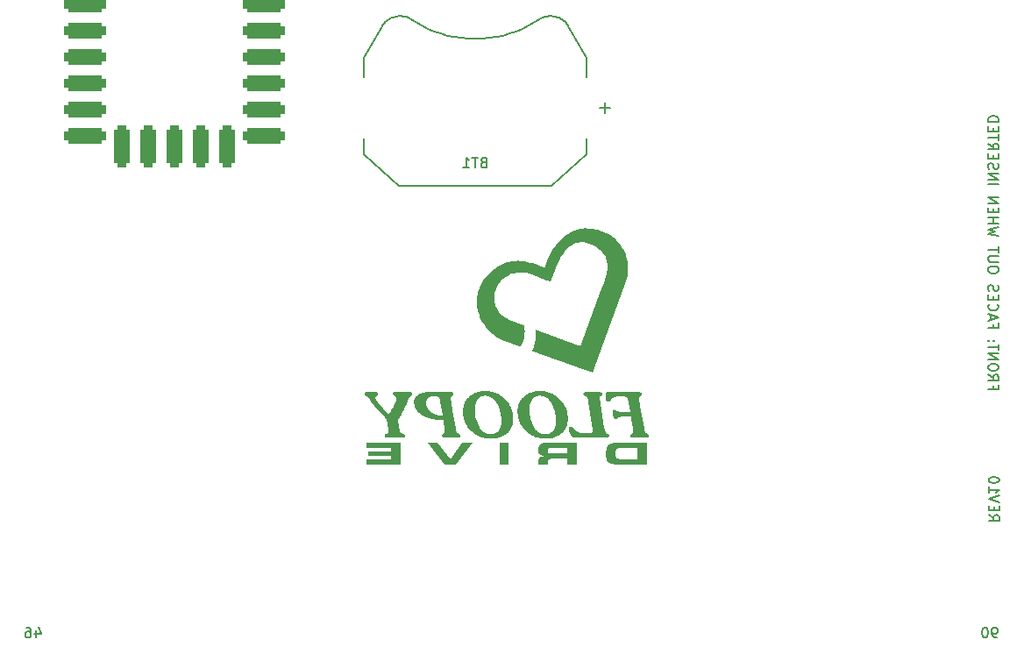
<source format=gbr>
%TF.GenerationSoftware,KiCad,Pcbnew,8.0.1*%
%TF.CreationDate,2024-04-05T12:29:39-07:00*%
%TF.ProjectId,flash-32mbit,666c6173-682d-4333-926d-6269742e6b69,10*%
%TF.SameCoordinates,Original*%
%TF.FileFunction,Legend,Bot*%
%TF.FilePolarity,Positive*%
%FSLAX46Y46*%
G04 Gerber Fmt 4.6, Leading zero omitted, Abs format (unit mm)*
G04 Created by KiCad (PCBNEW 8.0.1) date 2024-04-05 12:29:39*
%MOMM*%
%LPD*%
G01*
G04 APERTURE LIST*
G04 Aperture macros list*
%AMRoundRect*
0 Rectangle with rounded corners*
0 $1 Rounding radius*
0 $2 $3 $4 $5 $6 $7 $8 $9 X,Y pos of 4 corners*
0 Add a 4 corners polygon primitive as box body*
4,1,4,$2,$3,$4,$5,$6,$7,$8,$9,$2,$3,0*
0 Add four circle primitives for the rounded corners*
1,1,$1+$1,$2,$3*
1,1,$1+$1,$4,$5*
1,1,$1+$1,$6,$7*
1,1,$1+$1,$8,$9*
0 Add four rect primitives between the rounded corners*
20,1,$1+$1,$2,$3,$4,$5,0*
20,1,$1+$1,$4,$5,$6,$7,0*
20,1,$1+$1,$6,$7,$8,$9,0*
20,1,$1+$1,$8,$9,$2,$3,0*%
%AMFreePoly0*
4,1,19,0.558779,1.480902,0.585166,1.452410,0.985166,0.802410,1.000000,0.750000,1.000000,-1.400000,0.980902,-1.458779,0.930902,-1.495106,0.900000,-1.500000,-0.900000,-1.500000,-0.958779,-1.480902,-0.995106,-1.430902,-1.000000,-1.400000,-1.000000,0.750000,-0.985166,0.802410,-0.585166,1.452410,-0.538095,1.492460,-0.500000,1.500000,0.500000,1.500000,0.558779,1.480902,0.558779,1.480902,
$1*%
%AMFreePoly1*
4,1,23,0.858779,2.980902,0.895106,2.930902,0.900000,2.900000,0.900000,1.250000,0.886824,1.200386,0.700000,0.873444,0.700000,-1.400000,0.680902,-1.458779,0.630902,-1.495106,0.600000,-1.500000,-0.600000,-1.500000,-0.658779,-1.480902,-0.695106,-1.430902,-0.700000,-1.400000,-0.700000,0.873444,-0.886824,1.200386,-0.900000,1.250000,-0.900000,2.900000,-0.880902,2.958779,-0.830902,2.995106,
-0.800000,3.000000,0.800000,3.000000,0.858779,2.980902,0.858779,2.980902,$1*%
G04 Aperture macros list end*
%ADD10C,0.000000*%
%ADD11C,0.150000*%
%ADD12RoundRect,0.400000X-1.600000X0.400000X-1.600000X-0.400000X1.600000X-0.400000X1.600000X0.400000X0*%
%ADD13RoundRect,0.400000X0.400000X1.600000X-0.400000X1.600000X-0.400000X-1.600000X0.400000X-1.600000X0*%
%ADD14RoundRect,0.400000X1.600000X-0.400000X1.600000X0.400000X-1.600000X0.400000X-1.600000X-0.400000X0*%
%ADD15C,5.000000*%
%ADD16FreePoly0,0.000000*%
%ADD17FreePoly1,0.000000*%
%ADD18R,1.270000X5.080000*%
%ADD19R,3.962400X3.962400*%
G04 APERTURE END LIST*
D10*
G36*
X149936539Y-112406289D02*
G01*
X149040660Y-112406289D01*
X149040660Y-110288565D01*
X149936539Y-110288565D01*
X149936539Y-112406289D01*
G37*
G36*
X137027239Y-105409437D02*
G01*
X137056880Y-105410630D01*
X137086477Y-105412758D01*
X137115686Y-105416088D01*
X137144162Y-105420884D01*
X137171561Y-105427411D01*
X137197539Y-105435935D01*
X137209887Y-105441027D01*
X137221750Y-105446719D01*
X137233086Y-105453041D01*
X137243851Y-105460029D01*
X137254002Y-105467714D01*
X137263497Y-105476129D01*
X137272291Y-105485309D01*
X137280343Y-105495286D01*
X137287608Y-105506093D01*
X137294045Y-105517763D01*
X137299610Y-105530330D01*
X137304259Y-105543827D01*
X137307950Y-105558285D01*
X137310640Y-105573740D01*
X137312285Y-105590224D01*
X137312843Y-105607769D01*
X137312151Y-105622503D01*
X137310135Y-105636215D01*
X137306881Y-105648976D01*
X137302480Y-105660860D01*
X137297018Y-105671940D01*
X137290585Y-105682289D01*
X137283268Y-105691979D01*
X137275157Y-105701084D01*
X137266339Y-105709677D01*
X137256903Y-105717830D01*
X137246936Y-105725616D01*
X137236528Y-105733108D01*
X137214741Y-105747503D01*
X137192247Y-105761598D01*
X137169753Y-105775975D01*
X137147965Y-105791218D01*
X137137558Y-105799347D01*
X137127591Y-105807911D01*
X137118155Y-105816983D01*
X137109337Y-105826636D01*
X137101226Y-105836943D01*
X137093909Y-105847976D01*
X137087476Y-105859810D01*
X137082014Y-105872516D01*
X137077613Y-105886168D01*
X137074359Y-105900838D01*
X137072343Y-105916599D01*
X137071651Y-105933525D01*
X137074600Y-105961952D01*
X137083227Y-105995014D01*
X137097202Y-106032397D01*
X137116195Y-106073788D01*
X137167912Y-106167337D01*
X137235737Y-106273151D01*
X137317028Y-106388720D01*
X137409142Y-106511536D01*
X137509439Y-106639088D01*
X137615276Y-106768867D01*
X137833004Y-107025067D01*
X138041191Y-107260059D01*
X138218701Y-107453767D01*
X138344401Y-107586113D01*
X138431967Y-107442774D01*
X138542720Y-107253556D01*
X138665915Y-107033656D01*
X138790806Y-106798275D01*
X138906648Y-106562612D01*
X138957819Y-106449424D01*
X139002697Y-106341865D01*
X139039940Y-106241834D01*
X139068206Y-106151233D01*
X139086150Y-106071960D01*
X139090832Y-106037165D01*
X139092430Y-106005916D01*
X139091461Y-105984604D01*
X139088636Y-105964722D01*
X139084079Y-105946178D01*
X139077914Y-105928883D01*
X139070265Y-105912745D01*
X139061254Y-105897675D01*
X139051007Y-105883580D01*
X139039646Y-105870372D01*
X139027295Y-105857959D01*
X139014078Y-105846251D01*
X139000120Y-105835157D01*
X138985542Y-105824586D01*
X138955026Y-105804654D01*
X138923521Y-105785729D01*
X138892015Y-105767086D01*
X138861499Y-105748002D01*
X138832963Y-105727751D01*
X138819746Y-105716962D01*
X138807395Y-105705609D01*
X138796034Y-105693603D01*
X138785787Y-105680852D01*
X138776776Y-105667266D01*
X138769127Y-105652754D01*
X138762962Y-105637226D01*
X138758405Y-105620591D01*
X138755580Y-105602759D01*
X138754611Y-105583639D01*
X138755274Y-105562805D01*
X138756132Y-105552867D01*
X138757368Y-105543250D01*
X138759002Y-105533954D01*
X138761053Y-105524982D01*
X138763542Y-105516334D01*
X138766488Y-105508012D01*
X138769911Y-105500016D01*
X138773831Y-105492347D01*
X138778268Y-105485008D01*
X138783242Y-105477998D01*
X138788772Y-105471319D01*
X138794880Y-105464972D01*
X138801583Y-105458959D01*
X138808903Y-105453280D01*
X138816860Y-105447936D01*
X138825472Y-105442929D01*
X138834761Y-105438260D01*
X138844745Y-105433930D01*
X138855445Y-105429939D01*
X138866881Y-105426290D01*
X138879072Y-105422983D01*
X138892039Y-105420019D01*
X138905800Y-105417400D01*
X138920378Y-105415126D01*
X138935790Y-105413199D01*
X138952057Y-105411620D01*
X138969199Y-105410390D01*
X138987236Y-105409509D01*
X139006187Y-105408981D01*
X139026073Y-105408804D01*
X140365289Y-105408804D01*
X140365291Y-105408801D01*
X140402208Y-105409844D01*
X140419527Y-105411127D01*
X140436102Y-105412901D01*
X140451944Y-105415152D01*
X140467063Y-105417867D01*
X140481471Y-105421032D01*
X140495178Y-105424635D01*
X140508196Y-105428661D01*
X140520537Y-105433099D01*
X140532209Y-105437933D01*
X140543226Y-105443152D01*
X140553598Y-105448742D01*
X140563335Y-105454690D01*
X140572450Y-105460982D01*
X140580953Y-105467605D01*
X140588855Y-105474546D01*
X140596167Y-105481791D01*
X140602900Y-105489328D01*
X140609065Y-105497142D01*
X140614674Y-105505222D01*
X140619737Y-105513552D01*
X140624265Y-105522121D01*
X140628270Y-105530915D01*
X140634753Y-105549125D01*
X140639274Y-105568074D01*
X140641923Y-105587658D01*
X140642786Y-105607769D01*
X140642107Y-105625657D01*
X140640115Y-105642075D01*
X140636875Y-105657143D01*
X140632452Y-105670981D01*
X140626912Y-105683710D01*
X140620318Y-105695451D01*
X140612737Y-105706324D01*
X140604234Y-105716449D01*
X140594873Y-105725946D01*
X140584721Y-105734936D01*
X140573842Y-105743540D01*
X140562301Y-105751878D01*
X140537495Y-105768236D01*
X140510824Y-105784974D01*
X140482810Y-105803055D01*
X140468462Y-105812901D01*
X140453975Y-105823443D01*
X140439411Y-105834803D01*
X140424838Y-105847100D01*
X140410321Y-105860456D01*
X140395923Y-105874990D01*
X140381712Y-105890823D01*
X140367751Y-105908076D01*
X140354106Y-105926868D01*
X140340842Y-105947321D01*
X140328024Y-105969554D01*
X140315718Y-105993688D01*
X140303988Y-106019844D01*
X140292900Y-106048141D01*
X140190913Y-106310110D01*
X140079658Y-106570798D01*
X139959490Y-106829503D01*
X139830766Y-107085519D01*
X139693841Y-107338141D01*
X139549072Y-107586666D01*
X139396814Y-107830389D01*
X139237424Y-108068605D01*
X139331304Y-108654356D01*
X139366368Y-108854176D01*
X139395776Y-109004304D01*
X139421226Y-109114001D01*
X139444413Y-109192526D01*
X139467035Y-109249138D01*
X139490788Y-109293098D01*
X139499534Y-109305152D01*
X139509854Y-109316494D01*
X139521627Y-109327186D01*
X139534732Y-109337294D01*
X139549046Y-109346881D01*
X139564450Y-109356010D01*
X139598037Y-109373156D01*
X139634522Y-109389243D01*
X139672932Y-109404785D01*
X139751641Y-109436277D01*
X139789997Y-109453254D01*
X139826391Y-109471734D01*
X139843549Y-109481698D01*
X139859852Y-109492230D01*
X139875179Y-109503393D01*
X139889409Y-109515253D01*
X139902419Y-109527873D01*
X139914089Y-109541317D01*
X139924296Y-109555650D01*
X139932920Y-109570934D01*
X139939839Y-109587235D01*
X139944932Y-109604616D01*
X139948076Y-109623141D01*
X139949152Y-109642875D01*
X139948885Y-109652417D01*
X139948082Y-109661808D01*
X139946736Y-109671037D01*
X139944839Y-109680096D01*
X139942386Y-109688973D01*
X139939369Y-109697659D01*
X139935783Y-109706143D01*
X139931620Y-109714417D01*
X139926873Y-109722470D01*
X139921537Y-109730293D01*
X139915604Y-109737874D01*
X139909068Y-109745205D01*
X139901923Y-109752275D01*
X139894161Y-109759074D01*
X139885776Y-109765593D01*
X139876762Y-109771821D01*
X139867111Y-109777749D01*
X139856817Y-109783366D01*
X139845874Y-109788663D01*
X139834275Y-109793630D01*
X139822013Y-109798257D01*
X139809082Y-109802533D01*
X139795474Y-109806450D01*
X139781184Y-109809996D01*
X139766205Y-109813162D01*
X139750530Y-109815939D01*
X139734152Y-109818315D01*
X139717066Y-109820282D01*
X139699263Y-109821829D01*
X139680738Y-109822946D01*
X139661484Y-109823624D01*
X139641495Y-109823852D01*
X138200044Y-109823852D01*
X138176187Y-109823340D01*
X138152267Y-109821731D01*
X138128507Y-109818921D01*
X138105126Y-109814803D01*
X138082347Y-109809271D01*
X138060389Y-109802220D01*
X138039474Y-109793542D01*
X138029477Y-109788560D01*
X138019823Y-109783132D01*
X138010540Y-109777245D01*
X138001657Y-109770885D01*
X137993199Y-109764039D01*
X137985195Y-109756693D01*
X137977673Y-109748835D01*
X137970661Y-109740451D01*
X137964185Y-109731528D01*
X137958273Y-109722053D01*
X137952954Y-109712013D01*
X137948254Y-109701393D01*
X137944201Y-109690182D01*
X137940824Y-109678365D01*
X137938149Y-109665930D01*
X137936204Y-109652863D01*
X137935016Y-109639150D01*
X137934614Y-109624780D01*
X137935687Y-109603743D01*
X137938815Y-109584652D01*
X137943860Y-109567369D01*
X137950685Y-109551753D01*
X137959155Y-109537667D01*
X137969131Y-109524970D01*
X137980476Y-109513524D01*
X137993054Y-109503188D01*
X138006728Y-109493826D01*
X138021361Y-109485296D01*
X138036816Y-109477460D01*
X138052955Y-109470179D01*
X138086741Y-109456724D01*
X138121622Y-109443818D01*
X138156504Y-109430348D01*
X138190289Y-109415200D01*
X138206429Y-109406649D01*
X138221883Y-109397261D01*
X138236516Y-109386898D01*
X138250190Y-109375419D01*
X138262769Y-109362685D01*
X138274114Y-109348558D01*
X138284090Y-109332899D01*
X138292559Y-109315568D01*
X138299385Y-109296425D01*
X138304430Y-109275333D01*
X138307557Y-109252151D01*
X138308630Y-109226741D01*
X138308188Y-109191581D01*
X138306792Y-109155565D01*
X138304336Y-109117693D01*
X138300713Y-109076968D01*
X138295817Y-109032392D01*
X138289543Y-108982966D01*
X138272435Y-108865571D01*
X138248541Y-108716798D01*
X138217011Y-108528661D01*
X138127655Y-108002354D01*
X137943012Y-107816122D01*
X137771194Y-107637534D01*
X137464121Y-107303889D01*
X137202612Y-107002622D01*
X136982843Y-106734934D01*
X136800990Y-106502027D01*
X136653230Y-106305103D01*
X136444694Y-106024011D01*
X136429684Y-106005763D01*
X136414107Y-105988312D01*
X136381527Y-105955592D01*
X136347502Y-105925434D01*
X136312578Y-105897423D01*
X136277303Y-105871144D01*
X136242225Y-105846182D01*
X136174845Y-105798546D01*
X136143639Y-105775042D01*
X136114818Y-105751194D01*
X136088930Y-105726585D01*
X136077257Y-105713866D01*
X136066521Y-105700801D01*
X136056793Y-105687339D01*
X136048140Y-105673427D01*
X136040630Y-105659013D01*
X136034333Y-105644046D01*
X136029315Y-105628474D01*
X136025647Y-105612244D01*
X136023396Y-105595306D01*
X136022630Y-105577606D01*
X136023118Y-105562801D01*
X136024555Y-105548886D01*
X136026902Y-105535835D01*
X136030119Y-105523619D01*
X136034166Y-105512212D01*
X136039003Y-105501584D01*
X136044591Y-105491710D01*
X136050890Y-105482561D01*
X136057859Y-105474109D01*
X136065460Y-105466328D01*
X136073653Y-105459189D01*
X136082398Y-105452664D01*
X136091655Y-105446727D01*
X136101384Y-105441350D01*
X136111546Y-105436505D01*
X136122101Y-105432164D01*
X136133009Y-105428300D01*
X136144230Y-105424885D01*
X136155725Y-105421892D01*
X136167454Y-105419294D01*
X136179377Y-105417061D01*
X136191455Y-105415168D01*
X136215914Y-105412287D01*
X136240514Y-105410431D01*
X136264937Y-105409378D01*
X136288865Y-105408908D01*
X136311980Y-105408801D01*
X136969203Y-105408801D01*
X137027239Y-105409437D01*
G37*
G36*
X139463908Y-112406289D02*
G01*
X136180431Y-112406289D01*
X136180431Y-111926864D01*
X138568031Y-111926864D01*
X138568031Y-111552215D01*
X136339287Y-111552215D01*
X136339287Y-111133114D01*
X138568030Y-111133114D01*
X138568030Y-110771165D01*
X136180431Y-110771165D01*
X136180431Y-110288565D01*
X139463908Y-110288565D01*
X139463908Y-112406289D01*
G37*
G36*
X150362017Y-108187002D02*
G01*
X150348235Y-108295632D01*
X150329180Y-108401048D01*
X150304989Y-108503216D01*
X150275800Y-108602105D01*
X150241751Y-108697682D01*
X150202979Y-108789912D01*
X150159623Y-108878765D01*
X150111819Y-108964206D01*
X150059707Y-109046203D01*
X150003423Y-109124723D01*
X149943106Y-109199733D01*
X149878893Y-109271200D01*
X149810922Y-109339092D01*
X149739331Y-109403375D01*
X149664258Y-109464017D01*
X149585841Y-109520985D01*
X149504217Y-109574246D01*
X149419523Y-109623766D01*
X149331899Y-109669514D01*
X149241482Y-109711457D01*
X149148409Y-109749561D01*
X149052819Y-109783793D01*
X148954848Y-109814121D01*
X148854636Y-109840512D01*
X148752319Y-109862933D01*
X148648036Y-109881351D01*
X148541924Y-109895734D01*
X148434122Y-109906048D01*
X148324766Y-109912260D01*
X148213995Y-109914338D01*
X148072987Y-109910989D01*
X147934053Y-109901036D01*
X147797348Y-109884627D01*
X147663033Y-109861906D01*
X147531263Y-109833020D01*
X147402197Y-109798113D01*
X147275992Y-109757331D01*
X147152806Y-109710821D01*
X147032796Y-109658727D01*
X146916120Y-109601195D01*
X146802936Y-109538370D01*
X146693401Y-109470399D01*
X146587673Y-109397426D01*
X146485909Y-109319598D01*
X146388268Y-109237060D01*
X146294906Y-109149957D01*
X146205981Y-109058435D01*
X146121651Y-108962640D01*
X146042074Y-108862717D01*
X145967406Y-108758812D01*
X145897807Y-108651070D01*
X145833432Y-108539637D01*
X145774441Y-108424659D01*
X145720990Y-108306280D01*
X145673237Y-108184648D01*
X145631340Y-108059906D01*
X145595456Y-107932201D01*
X145565743Y-107801679D01*
X145542358Y-107668484D01*
X145525460Y-107532763D01*
X145515205Y-107394661D01*
X145511752Y-107254324D01*
X145514503Y-107140469D01*
X145520350Y-107061180D01*
X146657187Y-107061180D01*
X146661872Y-107226436D01*
X146676279Y-107405434D01*
X146700940Y-107594808D01*
X146736385Y-107791190D01*
X146783144Y-107991213D01*
X146841747Y-108191509D01*
X146912724Y-108388711D01*
X146996607Y-108579452D01*
X147093926Y-108760363D01*
X147147789Y-108846081D01*
X147205210Y-108928079D01*
X147266255Y-109005936D01*
X147330990Y-109079231D01*
X147399482Y-109147543D01*
X147471797Y-109210451D01*
X147548001Y-109267535D01*
X147628161Y-109318374D01*
X147712342Y-109362546D01*
X147800612Y-109399630D01*
X147893036Y-109429207D01*
X147989680Y-109450854D01*
X148090612Y-109464151D01*
X148195897Y-109468676D01*
X148195897Y-109468675D01*
X148268387Y-109466802D01*
X148337683Y-109461260D01*
X148403843Y-109452160D01*
X148466927Y-109439615D01*
X148526993Y-109423738D01*
X148584098Y-109404642D01*
X148638302Y-109382439D01*
X148689664Y-109357242D01*
X148738241Y-109329164D01*
X148784093Y-109298317D01*
X148827278Y-109264814D01*
X148867854Y-109228768D01*
X148905880Y-109190290D01*
X148941415Y-109149495D01*
X148974517Y-109106495D01*
X149005244Y-109061402D01*
X149033656Y-109014328D01*
X149059810Y-108965388D01*
X149083765Y-108914693D01*
X149105581Y-108862355D01*
X149125314Y-108808489D01*
X149143025Y-108753205D01*
X149158771Y-108696618D01*
X149172611Y-108638839D01*
X149194807Y-108520158D01*
X149210082Y-108398064D01*
X149218903Y-108273458D01*
X149221739Y-108147241D01*
X149217512Y-107992216D01*
X149204332Y-107821378D01*
X149181445Y-107638289D01*
X149148102Y-107446511D01*
X149103551Y-107249606D01*
X149047041Y-107051136D01*
X148977820Y-106854663D01*
X148895138Y-106663748D01*
X148798242Y-106481954D01*
X148744229Y-106395591D01*
X148686382Y-106312843D01*
X148624605Y-106234156D01*
X148558806Y-106159976D01*
X148488890Y-106090748D01*
X148414763Y-106026916D01*
X148336332Y-105968927D01*
X148253503Y-105917224D01*
X148166181Y-105872255D01*
X148074273Y-105834463D01*
X147977684Y-105804295D01*
X147876322Y-105782194D01*
X147770091Y-105768608D01*
X147658899Y-105763980D01*
X147590724Y-105765920D01*
X147525337Y-105771654D01*
X147462696Y-105781052D01*
X147402761Y-105793982D01*
X147345491Y-105810315D01*
X147290845Y-105829921D01*
X147238783Y-105852668D01*
X147189262Y-105878427D01*
X147142243Y-105907067D01*
X147097684Y-105938458D01*
X147055545Y-105972470D01*
X147015785Y-106008972D01*
X146978363Y-106047833D01*
X146943237Y-106088924D01*
X146910368Y-106132114D01*
X146879715Y-106177273D01*
X146851235Y-106224270D01*
X146824889Y-106272975D01*
X146800636Y-106323257D01*
X146778435Y-106374987D01*
X146758245Y-106428034D01*
X146740025Y-106482267D01*
X146723734Y-106537557D01*
X146709331Y-106593772D01*
X146686028Y-106708458D01*
X146669787Y-106825284D01*
X146660282Y-106943205D01*
X146657187Y-107061180D01*
X145520350Y-107061180D01*
X145522670Y-107029728D01*
X145536123Y-106922134D01*
X145554731Y-106817719D01*
X145578364Y-106716518D01*
X145606892Y-106618562D01*
X145640186Y-106523883D01*
X145678116Y-106432516D01*
X145720550Y-106344493D01*
X145767359Y-106259847D01*
X145818414Y-106178610D01*
X145873583Y-106100815D01*
X145932737Y-106026495D01*
X145995747Y-105955683D01*
X146062480Y-105888412D01*
X146132809Y-105824714D01*
X146206602Y-105764622D01*
X146283729Y-105708170D01*
X146364061Y-105655390D01*
X146447468Y-105606314D01*
X146533819Y-105560976D01*
X146622984Y-105519408D01*
X146714833Y-105481643D01*
X146809236Y-105447714D01*
X146906063Y-105417654D01*
X147005185Y-105391496D01*
X147106470Y-105369272D01*
X147209789Y-105351015D01*
X147315012Y-105336758D01*
X147422008Y-105326533D01*
X147530648Y-105320375D01*
X147640802Y-105318315D01*
X147801525Y-105322143D01*
X147957849Y-105333468D01*
X148109727Y-105352047D01*
X148257114Y-105377640D01*
X148399963Y-105410003D01*
X148538228Y-105448895D01*
X148671864Y-105494076D01*
X148800823Y-105545302D01*
X148925061Y-105602333D01*
X149044530Y-105664927D01*
X149159185Y-105732842D01*
X149268980Y-105805836D01*
X149373869Y-105883668D01*
X149473804Y-105966097D01*
X149568742Y-106052879D01*
X149658634Y-106143775D01*
X149743435Y-106238541D01*
X149823100Y-106336937D01*
X149897582Y-106438721D01*
X149966834Y-106543650D01*
X150030811Y-106651484D01*
X150089467Y-106761981D01*
X150142755Y-106874899D01*
X150190630Y-106989996D01*
X150233045Y-107107031D01*
X150269954Y-107225762D01*
X150301312Y-107345948D01*
X150327071Y-107467346D01*
X150347186Y-107589715D01*
X150361612Y-107712814D01*
X150370300Y-107836400D01*
X150373207Y-107960232D01*
X150370386Y-108075191D01*
X150364993Y-108147241D01*
X150362017Y-108187002D01*
G37*
G36*
X144287579Y-111885591D02*
G01*
X145443809Y-110288566D01*
X146423614Y-110288566D01*
X144870087Y-112406291D01*
X143727086Y-112406291D01*
X142085400Y-110288566D01*
X143082773Y-110288566D01*
X144287579Y-111885591D01*
G37*
G36*
X161442288Y-93478623D02*
G01*
X161437356Y-93722670D01*
X161420267Y-93972454D01*
X161390780Y-94227816D01*
X161348652Y-94488602D01*
X158070359Y-103565715D01*
X152810654Y-101627906D01*
X149362710Y-100362669D01*
X149188696Y-100292487D01*
X149018857Y-100213219D01*
X148853456Y-100125182D01*
X148692758Y-100028692D01*
X148537026Y-99924067D01*
X148386522Y-99811623D01*
X148241511Y-99691675D01*
X148102257Y-99564542D01*
X147969022Y-99430539D01*
X147842070Y-99289983D01*
X147721664Y-99143191D01*
X147608069Y-98990479D01*
X147501548Y-98832164D01*
X147402363Y-98668563D01*
X147310779Y-98499991D01*
X147227059Y-98326766D01*
X147151467Y-98149205D01*
X147084266Y-97967623D01*
X147025719Y-97782337D01*
X146976091Y-97593665D01*
X146935644Y-97401922D01*
X146904642Y-97207425D01*
X146883348Y-97010491D01*
X146872027Y-96811437D01*
X146870941Y-96610578D01*
X146880354Y-96408232D01*
X146893057Y-96280086D01*
X148537242Y-96280086D01*
X148544168Y-96487685D01*
X148570685Y-96694485D01*
X148617313Y-96899225D01*
X148684573Y-97100641D01*
X148772985Y-97297470D01*
X148883067Y-97488449D01*
X149015340Y-97672315D01*
X149170324Y-97847804D01*
X149348539Y-98013654D01*
X149550505Y-98168601D01*
X149776740Y-98311383D01*
X150027766Y-98440736D01*
X156881216Y-100990472D01*
X158523855Y-96364497D01*
X158823888Y-95629387D01*
X158973170Y-95263952D01*
X159113851Y-94901270D01*
X159239849Y-94542349D01*
X159345080Y-94188193D01*
X159388006Y-94013216D01*
X159423460Y-93839808D01*
X159450680Y-93668094D01*
X159468907Y-93498200D01*
X159477380Y-93330251D01*
X159475338Y-93164374D01*
X159462021Y-93000694D01*
X159436669Y-92839337D01*
X159398521Y-92680428D01*
X159346817Y-92524093D01*
X159280796Y-92370458D01*
X159199699Y-92219649D01*
X159102764Y-92071791D01*
X158989231Y-91927010D01*
X158858340Y-91785432D01*
X158709331Y-91647182D01*
X158541443Y-91512386D01*
X158353915Y-91381170D01*
X158145988Y-91253660D01*
X157916901Y-91129981D01*
X157679539Y-91048662D01*
X157452754Y-90990008D01*
X157236226Y-90953008D01*
X157029631Y-90936654D01*
X156832647Y-90939936D01*
X156644954Y-90961844D01*
X156466228Y-91001369D01*
X156296148Y-91057500D01*
X156134392Y-91129229D01*
X155980637Y-91215545D01*
X155834562Y-91315440D01*
X155695844Y-91427903D01*
X155564162Y-91551925D01*
X155439194Y-91686497D01*
X155320617Y-91830608D01*
X155208110Y-91983249D01*
X155000017Y-92310083D01*
X154812337Y-92658922D01*
X154642496Y-93021690D01*
X154487916Y-93390308D01*
X154474841Y-93424977D01*
X153970694Y-94761757D01*
X153970693Y-94761757D01*
X153680045Y-94654252D01*
X153379907Y-94539235D01*
X152774922Y-94301978D01*
X152203255Y-94080616D01*
X151944765Y-93985467D01*
X151712422Y-93905778D01*
X151436682Y-93864079D01*
X151170137Y-93846845D01*
X150913306Y-93852811D01*
X150666710Y-93880716D01*
X150430868Y-93929296D01*
X150206300Y-93997288D01*
X149993526Y-94083428D01*
X149793065Y-94186455D01*
X149605439Y-94305103D01*
X149431165Y-94438112D01*
X149270766Y-94584217D01*
X149124759Y-94742155D01*
X148993665Y-94910663D01*
X148878004Y-95088478D01*
X148778296Y-95274338D01*
X148695061Y-95466978D01*
X148628818Y-95665136D01*
X148580087Y-95867549D01*
X148549389Y-96072954D01*
X148537242Y-96280086D01*
X146893057Y-96280086D01*
X146900529Y-96204714D01*
X146931730Y-96000343D01*
X146974221Y-95795434D01*
X147028265Y-95590304D01*
X147094125Y-95385269D01*
X147172066Y-95180646D01*
X147410149Y-94788704D01*
X147663994Y-94424094D01*
X147934570Y-94089021D01*
X148222846Y-93785692D01*
X148529789Y-93516314D01*
X148690564Y-93395046D01*
X148856369Y-93283093D01*
X149027325Y-93180731D01*
X149203554Y-93088236D01*
X149385177Y-93005884D01*
X149572314Y-92933950D01*
X149765086Y-92872710D01*
X149963615Y-92822441D01*
X150168022Y-92783417D01*
X150378428Y-92755915D01*
X150594954Y-92740210D01*
X150817721Y-92736579D01*
X151046849Y-92745296D01*
X151282461Y-92766639D01*
X151524678Y-92800883D01*
X151773619Y-92848303D01*
X152029407Y-92909175D01*
X152292163Y-92983776D01*
X152562007Y-93072381D01*
X152839060Y-93175265D01*
X153123445Y-93292705D01*
X153415280Y-93424977D01*
X153466075Y-93252831D01*
X153627028Y-92800678D01*
X153752831Y-92499734D01*
X153910995Y-92164948D01*
X154103126Y-91808376D01*
X154330831Y-91442071D01*
X154458526Y-91259035D01*
X154595717Y-91078086D01*
X154742605Y-90900731D01*
X154899391Y-90728476D01*
X155066276Y-90562827D01*
X155243460Y-90405293D01*
X155431144Y-90257379D01*
X155629530Y-90120591D01*
X155838818Y-89996438D01*
X156059209Y-89886425D01*
X156290904Y-89792060D01*
X156534103Y-89714848D01*
X156789008Y-89656297D01*
X157055819Y-89617914D01*
X157334738Y-89601204D01*
X157625965Y-89607675D01*
X157863301Y-89627752D01*
X158095247Y-89657936D01*
X158321562Y-89698070D01*
X158542004Y-89747997D01*
X158756330Y-89807563D01*
X158964300Y-89876610D01*
X159165672Y-89954983D01*
X159360204Y-90042526D01*
X159547655Y-90139082D01*
X159727782Y-90244496D01*
X159900344Y-90358611D01*
X160065100Y-90481272D01*
X160221807Y-90612322D01*
X160370224Y-90751604D01*
X160510110Y-90898964D01*
X160641223Y-91054245D01*
X160763320Y-91217290D01*
X160876161Y-91387944D01*
X160979504Y-91566051D01*
X161073106Y-91751454D01*
X161156727Y-91943998D01*
X161230125Y-92143526D01*
X161293058Y-92349882D01*
X161345284Y-92562910D01*
X161386562Y-92782455D01*
X161416649Y-93008359D01*
X161435305Y-93240467D01*
X161437938Y-93330251D01*
X161442288Y-93478623D01*
G37*
G36*
X162495018Y-105409118D02*
G01*
X162522120Y-105410189D01*
X162549560Y-105412212D01*
X162577011Y-105415380D01*
X162604145Y-105419889D01*
X162630636Y-105425932D01*
X162656157Y-105433704D01*
X162680380Y-105443398D01*
X162691903Y-105449027D01*
X162702978Y-105455209D01*
X162713566Y-105461970D01*
X162723625Y-105469332D01*
X162733114Y-105477321D01*
X162741993Y-105485961D01*
X162750220Y-105495275D01*
X162757754Y-105505289D01*
X162764555Y-105516026D01*
X162770583Y-105527511D01*
X162775795Y-105539768D01*
X162780151Y-105552822D01*
X162783610Y-105566696D01*
X162786132Y-105581415D01*
X162787674Y-105597004D01*
X162788198Y-105613485D01*
X162787419Y-105628894D01*
X162785150Y-105643541D01*
X162781490Y-105657476D01*
X162776538Y-105670748D01*
X162770393Y-105683409D01*
X162763156Y-105695506D01*
X162754924Y-105707090D01*
X162745798Y-105718211D01*
X162735878Y-105728918D01*
X162725261Y-105739260D01*
X162702339Y-105759051D01*
X162677827Y-105777980D01*
X162652520Y-105796446D01*
X162627212Y-105814844D01*
X162602700Y-105833572D01*
X162579778Y-105853028D01*
X162569162Y-105863153D01*
X162559241Y-105873608D01*
X162550115Y-105884444D01*
X162541883Y-105895710D01*
X162534646Y-105907456D01*
X162528501Y-105919731D01*
X162523549Y-105932585D01*
X162519889Y-105946068D01*
X162517620Y-105960230D01*
X162516841Y-105975119D01*
X162517404Y-105998532D01*
X162519087Y-106023749D01*
X162521882Y-106051157D01*
X162525779Y-106081146D01*
X162536849Y-106150422D01*
X162552229Y-106234689D01*
X162595646Y-106460641D01*
X162623546Y-106608550D01*
X162655483Y-106783897D01*
X162999335Y-108840556D01*
X163009602Y-108900541D01*
X163020115Y-108956222D01*
X163030979Y-109007821D01*
X163042300Y-109055558D01*
X163054187Y-109099654D01*
X163066743Y-109140331D01*
X163080077Y-109177809D01*
X163094294Y-109212309D01*
X163109501Y-109244052D01*
X163125804Y-109273258D01*
X163143310Y-109300150D01*
X163162124Y-109324947D01*
X163182353Y-109347871D01*
X163204103Y-109369142D01*
X163227482Y-109388982D01*
X163252595Y-109407611D01*
X163300030Y-109439988D01*
X163342517Y-109469821D01*
X163361772Y-109484048D01*
X163379631Y-109497957D01*
X163396040Y-109511654D01*
X163410948Y-109525245D01*
X163424300Y-109538836D01*
X163436044Y-109552533D01*
X163446126Y-109566442D01*
X163454495Y-109580669D01*
X163458020Y-109587935D01*
X163461096Y-109595320D01*
X163463717Y-109602838D01*
X163465876Y-109610502D01*
X163467568Y-109618325D01*
X163468784Y-109626320D01*
X163469518Y-109634500D01*
X163469765Y-109642880D01*
X163469358Y-109658791D01*
X163468136Y-109673742D01*
X163466096Y-109687763D01*
X163463237Y-109700884D01*
X163459557Y-109713134D01*
X163455052Y-109724544D01*
X163449722Y-109735143D01*
X163443563Y-109744961D01*
X163436573Y-109754028D01*
X163428751Y-109762374D01*
X163420094Y-109770028D01*
X163410600Y-109777020D01*
X163400266Y-109783381D01*
X163389092Y-109789140D01*
X163377073Y-109794327D01*
X163364209Y-109798971D01*
X163350497Y-109803103D01*
X163335934Y-109806752D01*
X163320520Y-109809948D01*
X163304250Y-109812721D01*
X163287124Y-109815101D01*
X163269139Y-109817117D01*
X163250293Y-109818800D01*
X163230583Y-109820179D01*
X163188565Y-109822145D01*
X163143067Y-109823254D01*
X163094072Y-109823745D01*
X163041563Y-109823855D01*
X162016144Y-109823855D01*
X161959577Y-109822701D01*
X161930141Y-109820913D01*
X161900456Y-109818011D01*
X161870911Y-109813767D01*
X161841894Y-109807949D01*
X161813794Y-109800329D01*
X161787001Y-109790676D01*
X161774216Y-109785016D01*
X161761904Y-109778761D01*
X161750112Y-109771884D01*
X161738890Y-109764355D01*
X161728287Y-109756145D01*
X161718350Y-109747226D01*
X161709130Y-109737570D01*
X161700673Y-109727146D01*
X161693029Y-109715928D01*
X161686246Y-109703885D01*
X161680374Y-109690990D01*
X161675460Y-109677213D01*
X161671554Y-109662527D01*
X161668703Y-109646901D01*
X161666957Y-109630308D01*
X161666365Y-109612718D01*
X161666557Y-109605471D01*
X161667123Y-109598429D01*
X161668050Y-109591586D01*
X161669322Y-109584935D01*
X161670926Y-109578470D01*
X161672846Y-109572184D01*
X161675070Y-109566070D01*
X161677581Y-109560122D01*
X161680367Y-109554333D01*
X161683412Y-109548696D01*
X161686702Y-109543205D01*
X161690224Y-109537854D01*
X161697901Y-109527541D01*
X161706330Y-109517706D01*
X161715395Y-109508295D01*
X161724981Y-109499255D01*
X161734974Y-109490534D01*
X161745258Y-109482077D01*
X161787015Y-109449841D01*
X161818002Y-109427902D01*
X161847151Y-109406670D01*
X161860815Y-109396010D01*
X161873755Y-109385156D01*
X161885882Y-109373983D01*
X161897108Y-109362369D01*
X161907344Y-109350189D01*
X161912063Y-109343848D01*
X161916501Y-109337320D01*
X161920648Y-109330588D01*
X161924493Y-109323638D01*
X161928023Y-109316454D01*
X161931229Y-109309019D01*
X161934099Y-109301320D01*
X161936622Y-109293340D01*
X161938788Y-109285065D01*
X161940584Y-109276477D01*
X161942001Y-109267563D01*
X161943026Y-109258306D01*
X161943649Y-109248692D01*
X161943860Y-109238704D01*
X161943210Y-109206006D01*
X161941209Y-109170543D01*
X161937776Y-109131245D01*
X161932831Y-109087043D01*
X161918092Y-108979647D01*
X161896354Y-108839804D01*
X161829336Y-108428557D01*
X161782785Y-108140046D01*
X161726689Y-107784871D01*
X160954635Y-107784871D01*
X160908004Y-107785528D01*
X160864158Y-107787445D01*
X160822984Y-107790537D01*
X160784370Y-107794721D01*
X160748203Y-107799911D01*
X160714371Y-107806026D01*
X160682761Y-107812979D01*
X160653260Y-107820689D01*
X160625756Y-107829070D01*
X160600136Y-107838038D01*
X160554096Y-107857402D01*
X160514241Y-107878110D01*
X160479669Y-107899489D01*
X160449478Y-107920867D01*
X160422768Y-107941575D01*
X160376185Y-107978288D01*
X160354510Y-107992951D01*
X160332710Y-108004256D01*
X160321482Y-108008440D01*
X160309885Y-108011532D01*
X160297807Y-108013449D01*
X160285134Y-108014106D01*
X160268267Y-108013479D01*
X160251601Y-108011632D01*
X160235198Y-108008619D01*
X160219120Y-108004492D01*
X160203429Y-107999305D01*
X160188187Y-107993111D01*
X160173456Y-107985962D01*
X160159298Y-107977911D01*
X160145775Y-107969013D01*
X160132949Y-107959319D01*
X160120882Y-107948883D01*
X160109636Y-107937757D01*
X160099273Y-107925996D01*
X160089855Y-107913651D01*
X160081444Y-107900776D01*
X160074102Y-107887423D01*
X160061880Y-107860713D01*
X160050126Y-107830656D01*
X160038884Y-107797711D01*
X160028199Y-107762335D01*
X160018115Y-107724987D01*
X160008676Y-107686125D01*
X159991910Y-107605694D01*
X159978254Y-107524707D01*
X159968062Y-107446831D01*
X159961688Y-107375732D01*
X159960043Y-107343869D01*
X159959485Y-107315075D01*
X159960122Y-107294000D01*
X159962042Y-107273838D01*
X159965251Y-107254650D01*
X159969759Y-107236497D01*
X159972503Y-107227829D01*
X159975575Y-107219443D01*
X159978976Y-107211346D01*
X159982707Y-107203547D01*
X159986770Y-107196054D01*
X159991166Y-107188873D01*
X159995895Y-107182013D01*
X160000958Y-107175481D01*
X160006358Y-107169286D01*
X160012094Y-107163434D01*
X160018168Y-107157934D01*
X160024581Y-107152793D01*
X160031335Y-107148019D01*
X160038430Y-107143620D01*
X160045867Y-107139603D01*
X160053648Y-107135976D01*
X160061774Y-107132747D01*
X160070245Y-107129923D01*
X160079063Y-107127513D01*
X160088229Y-107125523D01*
X160097744Y-107123963D01*
X160107609Y-107122838D01*
X160117826Y-107122158D01*
X160128395Y-107121930D01*
X160145530Y-107122553D01*
X160161972Y-107124370D01*
X160177837Y-107127301D01*
X160193244Y-107131266D01*
X160208312Y-107136186D01*
X160223158Y-107141981D01*
X160237901Y-107148572D01*
X160252658Y-107155879D01*
X160385424Y-107230568D01*
X160405631Y-107240739D01*
X160427033Y-107250831D01*
X160449751Y-107260764D01*
X160473900Y-107270458D01*
X160499601Y-107279834D01*
X160526970Y-107288812D01*
X160556126Y-107297313D01*
X160587187Y-107305256D01*
X160620272Y-107312563D01*
X160655498Y-107319154D01*
X160692983Y-107324950D01*
X160732847Y-107329870D01*
X160775206Y-107333835D01*
X160820179Y-107336765D01*
X160867885Y-107338582D01*
X160918441Y-107339206D01*
X161666365Y-107339206D01*
X161515552Y-106452005D01*
X161515552Y-106452002D01*
X161482244Y-106269060D01*
X161466231Y-106192348D01*
X161449290Y-106124744D01*
X161430406Y-106065699D01*
X161419918Y-106039215D01*
X161408563Y-106014665D01*
X161396214Y-105991981D01*
X161382744Y-105971094D01*
X161368026Y-105951935D01*
X161351934Y-105934437D01*
X161334339Y-105918530D01*
X161315115Y-105904147D01*
X161294136Y-105891217D01*
X161271273Y-105879674D01*
X161246401Y-105869448D01*
X161219391Y-105860470D01*
X161190118Y-105852673D01*
X161158454Y-105845988D01*
X161124271Y-105840346D01*
X161087444Y-105835679D01*
X161005346Y-105828994D01*
X160911145Y-105825385D01*
X160803823Y-105824304D01*
X160667537Y-105825995D01*
X160545226Y-105831044D01*
X160435882Y-105839416D01*
X160338500Y-105851076D01*
X160252072Y-105865990D01*
X160175590Y-105884122D01*
X160108047Y-105905436D01*
X160048437Y-105929899D01*
X159995753Y-105957475D01*
X159948987Y-105988129D01*
X159907133Y-106021826D01*
X159869182Y-106058530D01*
X159834129Y-106098208D01*
X159800966Y-106140823D01*
X159736282Y-106234727D01*
X159727289Y-106247876D01*
X159718350Y-106260177D01*
X159709375Y-106271629D01*
X159700277Y-106282233D01*
X159690968Y-106291989D01*
X159681359Y-106300896D01*
X159676414Y-106305032D01*
X159671362Y-106308955D01*
X159666190Y-106312667D01*
X159660889Y-106316166D01*
X159655446Y-106319453D01*
X159649852Y-106322528D01*
X159644094Y-106325391D01*
X159638162Y-106328042D01*
X159632045Y-106330481D01*
X159625731Y-106332708D01*
X159619211Y-106334723D01*
X159612472Y-106336525D01*
X159605504Y-106338116D01*
X159598295Y-106339494D01*
X159590836Y-106340661D01*
X159583113Y-106341615D01*
X159575118Y-106342357D01*
X159566838Y-106342888D01*
X159558262Y-106343206D01*
X159549380Y-106343312D01*
X159530112Y-106342693D01*
X159511876Y-106340833D01*
X159494646Y-106337732D01*
X159478393Y-106333387D01*
X159463089Y-106327795D01*
X159448709Y-106320955D01*
X159435223Y-106312864D01*
X159422604Y-106303520D01*
X159410824Y-106292921D01*
X159399857Y-106281065D01*
X159389673Y-106267950D01*
X159380247Y-106253574D01*
X159371549Y-106237934D01*
X159363553Y-106221028D01*
X159356230Y-106202854D01*
X159349554Y-106183411D01*
X159343496Y-106162695D01*
X159338030Y-106140704D01*
X159333126Y-106117438D01*
X159328758Y-106092893D01*
X159324899Y-106067067D01*
X159321520Y-106039958D01*
X159318593Y-106011564D01*
X159316092Y-105981882D01*
X159312256Y-105918650D01*
X159309789Y-105850242D01*
X159308471Y-105776643D01*
X159308081Y-105697834D01*
X159308382Y-105673689D01*
X159309288Y-105650917D01*
X159310805Y-105629477D01*
X159312935Y-105609329D01*
X159315684Y-105590435D01*
X159319056Y-105572754D01*
X159323055Y-105556247D01*
X159327686Y-105540874D01*
X159332954Y-105526595D01*
X159338862Y-105513370D01*
X159345415Y-105501160D01*
X159352617Y-105489925D01*
X159360474Y-105479626D01*
X159368989Y-105470222D01*
X159378167Y-105461674D01*
X159388011Y-105453942D01*
X159398528Y-105446986D01*
X159409720Y-105440767D01*
X159421593Y-105435245D01*
X159434151Y-105430380D01*
X159447397Y-105426133D01*
X159461338Y-105422463D01*
X159475977Y-105419332D01*
X159491318Y-105416698D01*
X159524125Y-105412768D01*
X159559796Y-105410354D01*
X159598365Y-105409138D01*
X159639868Y-105408804D01*
X162468581Y-105408804D01*
X162495018Y-105409118D01*
G37*
G36*
X144805208Y-108846586D02*
G01*
X144805209Y-108846586D01*
X144818812Y-108926667D01*
X144832591Y-108997752D01*
X144846724Y-109060601D01*
X144861387Y-109115975D01*
X144876757Y-109164632D01*
X144893011Y-109207334D01*
X144910325Y-109244840D01*
X144928876Y-109277910D01*
X144948841Y-109307303D01*
X144970396Y-109333781D01*
X144993719Y-109358102D01*
X145018986Y-109381027D01*
X145046374Y-109403316D01*
X145076059Y-109425729D01*
X145143030Y-109473965D01*
X145167266Y-109491886D01*
X145178805Y-109500833D01*
X145189876Y-109509877D01*
X145200416Y-109519098D01*
X145210365Y-109528575D01*
X145219660Y-109538389D01*
X145228239Y-109548617D01*
X145232240Y-109553912D01*
X145236040Y-109559340D01*
X145239630Y-109564913D01*
X145243002Y-109570638D01*
X145246148Y-109576527D01*
X145249062Y-109582590D01*
X145251735Y-109588836D01*
X145254159Y-109595275D01*
X145256328Y-109601917D01*
X145258232Y-109608773D01*
X145259864Y-109615852D01*
X145261217Y-109623164D01*
X145262283Y-109630719D01*
X145263053Y-109638526D01*
X145263522Y-109646597D01*
X145263679Y-109654940D01*
X145263122Y-109669755D01*
X145261482Y-109683679D01*
X145258808Y-109696739D01*
X145255149Y-109708962D01*
X145250553Y-109720377D01*
X145245069Y-109731011D01*
X145238746Y-109740892D01*
X145231632Y-109750047D01*
X145223775Y-109758504D01*
X145215225Y-109766290D01*
X145206030Y-109773434D01*
X145196238Y-109779962D01*
X145185898Y-109785903D01*
X145175059Y-109791283D01*
X145163770Y-109796132D01*
X145152078Y-109800475D01*
X145140033Y-109804341D01*
X145127683Y-109807758D01*
X145115077Y-109810753D01*
X145102263Y-109813353D01*
X145076206Y-109817481D01*
X145049902Y-109820363D01*
X145023740Y-109822220D01*
X144998108Y-109823273D01*
X144949989Y-109823851D01*
X143785716Y-109823851D01*
X143761655Y-109823204D01*
X143737161Y-109821223D01*
X143712509Y-109817846D01*
X143687970Y-109813011D01*
X143663821Y-109806656D01*
X143640335Y-109798719D01*
X143617785Y-109789138D01*
X143596446Y-109777852D01*
X143586316Y-109771550D01*
X143576591Y-109764799D01*
X143567306Y-109757590D01*
X143558495Y-109749916D01*
X143550192Y-109741770D01*
X143542432Y-109733143D01*
X143535248Y-109724028D01*
X143528675Y-109714417D01*
X143522746Y-109704302D01*
X143517498Y-109693675D01*
X143512962Y-109682530D01*
X143509175Y-109670858D01*
X143506170Y-109658651D01*
X143503980Y-109645902D01*
X143502642Y-109632602D01*
X143502188Y-109618745D01*
X143502967Y-109602195D01*
X143505237Y-109586447D01*
X143508898Y-109571454D01*
X143513852Y-109557171D01*
X143519999Y-109543550D01*
X143527240Y-109530546D01*
X143535475Y-109518112D01*
X143544604Y-109506201D01*
X143554529Y-109494767D01*
X143565149Y-109483765D01*
X143576366Y-109473146D01*
X143588081Y-109462866D01*
X143612602Y-109443134D01*
X143637920Y-109424196D01*
X143687758Y-109387224D01*
X143710690Y-109368446D01*
X143721310Y-109358822D01*
X143731235Y-109348979D01*
X143740364Y-109338871D01*
X143748599Y-109328451D01*
X143755840Y-109317674D01*
X143761987Y-109306492D01*
X143766941Y-109294859D01*
X143770602Y-109282730D01*
X143772872Y-109270057D01*
X143773651Y-109256794D01*
X143773281Y-109236236D01*
X143772108Y-109214485D01*
X143770032Y-109190347D01*
X143766959Y-109162631D01*
X143757427Y-109091691D01*
X143742735Y-108992119D01*
X143694758Y-108668909D01*
X143659918Y-108426184D01*
X143616807Y-108116653D01*
X143426099Y-108113811D01*
X143242962Y-108105435D01*
X143067299Y-108091748D01*
X142899009Y-108072975D01*
X142737992Y-108049339D01*
X142584151Y-108021065D01*
X142437383Y-107988376D01*
X142297591Y-107951497D01*
X142038534Y-107866062D01*
X141806182Y-107766554D01*
X141599740Y-107654762D01*
X141418410Y-107532480D01*
X141261397Y-107401498D01*
X141127903Y-107263609D01*
X141017131Y-107120605D01*
X140928286Y-106974278D01*
X140860572Y-106826419D01*
X140813190Y-106678820D01*
X140785345Y-106533273D01*
X140782054Y-106482057D01*
X141951837Y-106482057D01*
X141953204Y-106523650D01*
X141957332Y-106566827D01*
X141964259Y-106611405D01*
X141974023Y-106657201D01*
X141986664Y-106704031D01*
X142002219Y-106751712D01*
X142020729Y-106800060D01*
X142042230Y-106848892D01*
X142066763Y-106898024D01*
X142094365Y-106947274D01*
X142125076Y-106996457D01*
X142158934Y-107045390D01*
X142195977Y-107093890D01*
X142236244Y-107141773D01*
X142279775Y-107188856D01*
X142326607Y-107234955D01*
X142376779Y-107279888D01*
X142430330Y-107323469D01*
X142487299Y-107365517D01*
X142547724Y-107405847D01*
X142611644Y-107444277D01*
X142679097Y-107480622D01*
X142750123Y-107514700D01*
X142824760Y-107546327D01*
X142903046Y-107575318D01*
X142985020Y-107601492D01*
X143070721Y-107624665D01*
X143160188Y-107644652D01*
X143253459Y-107661272D01*
X143350573Y-107674339D01*
X143451568Y-107683671D01*
X143556483Y-107689085D01*
X143333281Y-106319178D01*
X143333279Y-106319180D01*
X143323677Y-106265277D01*
X143313014Y-106212795D01*
X143301361Y-106162580D01*
X143288789Y-106115478D01*
X143275370Y-106072335D01*
X143268364Y-106052512D01*
X143261172Y-106033996D01*
X143253804Y-106016893D01*
X143246268Y-106001308D01*
X143238573Y-105987347D01*
X143230728Y-105975116D01*
X143221383Y-105961876D01*
X143211464Y-105949292D01*
X143200997Y-105937349D01*
X143190008Y-105926031D01*
X143178525Y-105915323D01*
X143166573Y-105905209D01*
X143154180Y-105895674D01*
X143141371Y-105886702D01*
X143128174Y-105878278D01*
X143114614Y-105870387D01*
X143086513Y-105856139D01*
X143057281Y-105843835D01*
X143027131Y-105833352D01*
X142996273Y-105824566D01*
X142964921Y-105817352D01*
X142933285Y-105811588D01*
X142901580Y-105807149D01*
X142870015Y-105803911D01*
X142838804Y-105801752D01*
X142808159Y-105800548D01*
X142778291Y-105800174D01*
X142693456Y-105802395D01*
X142611148Y-105809176D01*
X142531774Y-105820694D01*
X142455741Y-105837126D01*
X142383454Y-105858649D01*
X142315320Y-105885441D01*
X142282937Y-105900868D01*
X142251746Y-105917678D01*
X142221796Y-105935893D01*
X142193138Y-105955537D01*
X142165823Y-105976630D01*
X142139903Y-105999195D01*
X142115427Y-106023254D01*
X142092447Y-106048830D01*
X142071013Y-106075944D01*
X142051176Y-106104618D01*
X142032988Y-106134875D01*
X142016498Y-106166737D01*
X142001758Y-106200225D01*
X141988819Y-106235363D01*
X141977730Y-106272172D01*
X141968544Y-106310674D01*
X141961311Y-106350891D01*
X141956082Y-106392846D01*
X141952907Y-106436561D01*
X141951837Y-106482057D01*
X140782054Y-106482057D01*
X140776240Y-106391569D01*
X140777117Y-106352813D01*
X140779717Y-106314642D01*
X140783999Y-106277072D01*
X140789922Y-106240119D01*
X140797443Y-106203801D01*
X140806521Y-106168133D01*
X140817113Y-106133132D01*
X140829177Y-106098815D01*
X140842672Y-106065198D01*
X140857556Y-106032297D01*
X140873787Y-106000130D01*
X140891322Y-105968712D01*
X140930140Y-105908191D01*
X140973673Y-105850868D01*
X141021587Y-105796872D01*
X141073546Y-105746338D01*
X141129215Y-105699397D01*
X141188257Y-105656180D01*
X141250339Y-105616821D01*
X141315123Y-105581451D01*
X141382275Y-105550202D01*
X141451459Y-105523207D01*
X141512660Y-105503068D01*
X141576240Y-105485444D01*
X141641891Y-105470166D01*
X141709303Y-105457066D01*
X141778166Y-105445977D01*
X141848172Y-105436732D01*
X141919011Y-105429163D01*
X141990374Y-105423102D01*
X142133434Y-105414834D01*
X142274878Y-105410589D01*
X142543022Y-105408801D01*
X144280382Y-105408801D01*
X144307967Y-105409183D01*
X144336206Y-105410445D01*
X144364763Y-105412766D01*
X144393302Y-105416320D01*
X144421488Y-105421285D01*
X144448985Y-105427838D01*
X144475457Y-105436155D01*
X144500568Y-105446412D01*
X144512508Y-105452323D01*
X144523982Y-105458786D01*
X144534948Y-105465822D01*
X144545364Y-105473454D01*
X144555187Y-105481703D01*
X144564377Y-105490592D01*
X144572891Y-105500142D01*
X144580687Y-105510376D01*
X144587723Y-105521317D01*
X144593956Y-105532985D01*
X144599346Y-105545403D01*
X144603851Y-105558593D01*
X144607427Y-105572577D01*
X144610033Y-105587378D01*
X144611628Y-105603017D01*
X144612169Y-105619516D01*
X144611390Y-105634358D01*
X144609120Y-105648440D01*
X144605458Y-105661809D01*
X144600504Y-105674516D01*
X144594357Y-105686611D01*
X144587117Y-105698143D01*
X144578882Y-105709162D01*
X144569753Y-105719717D01*
X144559828Y-105729858D01*
X144549207Y-105739635D01*
X144526276Y-105758294D01*
X144501754Y-105776093D01*
X144476437Y-105793427D01*
X144451120Y-105810694D01*
X144426598Y-105828291D01*
X144403667Y-105846616D01*
X144393047Y-105856175D01*
X144383122Y-105866065D01*
X144373992Y-105876335D01*
X144365758Y-105887036D01*
X144358517Y-105898216D01*
X144352370Y-105909925D01*
X144347416Y-105922214D01*
X144343754Y-105935131D01*
X144341485Y-105948727D01*
X144340706Y-105963051D01*
X144341056Y-105983611D01*
X144342096Y-106004700D01*
X144343808Y-106026565D01*
X144346173Y-106049453D01*
X144352795Y-106099291D01*
X144361820Y-106156196D01*
X144386516Y-106299135D01*
X144401903Y-106389132D01*
X144419128Y-106494124D01*
X144615242Y-107689085D01*
X144805208Y-108846586D01*
G37*
G36*
X158665580Y-105409252D02*
G01*
X158693994Y-105410710D01*
X158722835Y-105413334D01*
X158751748Y-105417284D01*
X158780380Y-105422719D01*
X158808378Y-105429797D01*
X158835387Y-105438678D01*
X158861055Y-105449521D01*
X158873276Y-105455727D01*
X158885028Y-105462484D01*
X158896268Y-105469811D01*
X158906951Y-105477727D01*
X158917034Y-105486254D01*
X158926472Y-105495410D01*
X158935221Y-105505215D01*
X158943236Y-105515690D01*
X158950475Y-105526854D01*
X158956891Y-105538727D01*
X158962442Y-105551329D01*
X158967082Y-105564680D01*
X158970768Y-105578800D01*
X158973456Y-105593709D01*
X158975101Y-105609426D01*
X158975659Y-105625972D01*
X158974898Y-105640295D01*
X158972680Y-105653887D01*
X158969101Y-105666794D01*
X158964259Y-105679062D01*
X158958251Y-105690739D01*
X158951174Y-105701870D01*
X158943126Y-105712502D01*
X158934203Y-105722680D01*
X158924502Y-105732453D01*
X158914122Y-105741865D01*
X158891709Y-105759794D01*
X158867742Y-105776840D01*
X158842997Y-105793374D01*
X158818253Y-105809766D01*
X158794286Y-105826388D01*
X158771873Y-105843610D01*
X158761493Y-105852563D01*
X158751792Y-105861805D01*
X158742869Y-105871383D01*
X158734821Y-105881343D01*
X158727744Y-105891732D01*
X158721736Y-105902595D01*
X158716894Y-105913980D01*
X158713315Y-105925933D01*
X158711097Y-105938500D01*
X158710335Y-105951727D01*
X158710755Y-105972548D01*
X158711997Y-105994437D01*
X158714033Y-106017617D01*
X158716838Y-106042309D01*
X158724645Y-106097108D01*
X158735206Y-106160602D01*
X158763735Y-106320746D01*
X158781276Y-106420931D01*
X158800717Y-106536880D01*
X159180764Y-108835263D01*
X159180763Y-108835263D01*
X159202654Y-108965633D01*
X159213502Y-109022356D01*
X159224685Y-109074016D01*
X159236504Y-109121045D01*
X159249259Y-109163875D01*
X159263250Y-109202940D01*
X159278778Y-109238673D01*
X159296142Y-109271506D01*
X159315643Y-109301872D01*
X159337582Y-109330204D01*
X159362259Y-109356934D01*
X159389973Y-109382497D01*
X159421026Y-109407324D01*
X159455717Y-109431848D01*
X159494347Y-109456503D01*
X159508761Y-109465479D01*
X159522566Y-109474419D01*
X159535716Y-109483430D01*
X159548169Y-109492617D01*
X159559879Y-109502087D01*
X159570802Y-109511944D01*
X159580895Y-109522295D01*
X159585616Y-109527689D01*
X159590113Y-109533246D01*
X159594380Y-109538979D01*
X159598412Y-109544902D01*
X159602203Y-109551028D01*
X159605748Y-109557370D01*
X159609041Y-109563942D01*
X159612077Y-109570756D01*
X159614849Y-109577826D01*
X159617354Y-109585165D01*
X159619584Y-109592786D01*
X159621535Y-109600703D01*
X159623201Y-109608929D01*
X159624576Y-109617477D01*
X159625655Y-109626360D01*
X159626433Y-109635591D01*
X159626904Y-109645184D01*
X159627062Y-109655153D01*
X159626570Y-109669948D01*
X159625100Y-109683854D01*
X159622668Y-109696897D01*
X159619286Y-109709104D01*
X159614967Y-109720505D01*
X159609725Y-109731125D01*
X159603573Y-109740993D01*
X159596524Y-109750137D01*
X159588592Y-109758583D01*
X159579789Y-109766359D01*
X159570130Y-109773494D01*
X159559626Y-109780014D01*
X159548293Y-109785947D01*
X159536142Y-109791321D01*
X159523187Y-109796163D01*
X159509442Y-109800502D01*
X159494919Y-109804363D01*
X159479632Y-109807776D01*
X159463595Y-109810767D01*
X159446820Y-109813364D01*
X159429321Y-109815595D01*
X159411111Y-109817488D01*
X159372611Y-109820367D01*
X159331426Y-109822222D01*
X159287664Y-109823274D01*
X159241429Y-109823743D01*
X159192828Y-109823851D01*
X156490797Y-109823851D01*
X156394584Y-109823521D01*
X156351965Y-109822739D01*
X156312652Y-109821215D01*
X156276379Y-109818702D01*
X156242881Y-109814955D01*
X156211894Y-109809724D01*
X156183153Y-109802763D01*
X156156393Y-109793826D01*
X156131348Y-109782665D01*
X156107753Y-109769032D01*
X156085345Y-109752681D01*
X156063858Y-109733365D01*
X156043026Y-109710836D01*
X156022586Y-109684848D01*
X156002271Y-109655153D01*
X155967313Y-109593461D01*
X155923943Y-109508376D01*
X155876190Y-109407597D01*
X155828083Y-109298824D01*
X155783652Y-109189759D01*
X155764074Y-109137523D01*
X155746927Y-109088102D01*
X155732713Y-109042458D01*
X155721937Y-109001553D01*
X155715102Y-108966351D01*
X155712711Y-108937814D01*
X155713026Y-108928324D01*
X155713954Y-108919085D01*
X155715475Y-108910100D01*
X155717566Y-108901372D01*
X155720204Y-108892905D01*
X155723368Y-108884702D01*
X155727036Y-108876766D01*
X155731186Y-108869101D01*
X155735795Y-108861709D01*
X155740841Y-108854595D01*
X155746303Y-108847762D01*
X155752158Y-108841212D01*
X155758384Y-108834950D01*
X155764960Y-108828978D01*
X155771862Y-108823300D01*
X155779069Y-108817919D01*
X155786559Y-108812838D01*
X155794309Y-108808062D01*
X155802298Y-108803592D01*
X155810504Y-108799432D01*
X155818904Y-108795587D01*
X155827476Y-108792058D01*
X155836199Y-108788850D01*
X155845050Y-108785965D01*
X155854006Y-108783408D01*
X155863047Y-108781180D01*
X155872150Y-108779286D01*
X155881292Y-108777730D01*
X155890452Y-108776513D01*
X155899607Y-108775640D01*
X155908736Y-108775113D01*
X155917817Y-108774937D01*
X155929692Y-108775303D01*
X155941558Y-108776379D01*
X155953409Y-108778133D01*
X155965236Y-108780534D01*
X155977031Y-108783548D01*
X155988787Y-108787145D01*
X156012152Y-108795957D01*
X156035268Y-108806712D01*
X156058074Y-108819156D01*
X156080508Y-108833031D01*
X156102509Y-108848081D01*
X156124015Y-108864051D01*
X156144964Y-108880683D01*
X156165296Y-108897721D01*
X156184948Y-108914910D01*
X156221968Y-108948713D01*
X156255531Y-108980041D01*
X156367104Y-109082017D01*
X156418425Y-109126549D01*
X156468347Y-109166955D01*
X156518055Y-109203366D01*
X156543199Y-109220115D01*
X156568734Y-109235916D01*
X156594807Y-109250784D01*
X156621567Y-109264737D01*
X156649162Y-109277790D01*
X156677740Y-109289961D01*
X156707448Y-109301266D01*
X156738435Y-109311721D01*
X156770849Y-109321344D01*
X156804838Y-109330150D01*
X156840550Y-109338156D01*
X156878132Y-109345380D01*
X156917734Y-109351837D01*
X156959503Y-109357543D01*
X157003587Y-109362517D01*
X157050133Y-109366773D01*
X157099291Y-109370329D01*
X157151209Y-109373202D01*
X157263912Y-109376962D01*
X157389429Y-109378186D01*
X157493496Y-109377337D01*
X157586688Y-109374792D01*
X157669578Y-109370551D01*
X157742741Y-109364612D01*
X157806750Y-109356978D01*
X157862182Y-109347646D01*
X157909608Y-109336618D01*
X157949605Y-109323893D01*
X157982745Y-109309472D01*
X158009604Y-109293354D01*
X158030755Y-109275539D01*
X158046773Y-109256028D01*
X158058232Y-109234820D01*
X158065706Y-109211915D01*
X158069769Y-109187314D01*
X158070996Y-109161017D01*
X158070707Y-109143168D01*
X158069817Y-109125399D01*
X158068292Y-109107081D01*
X158066094Y-109087589D01*
X158063190Y-109066294D01*
X158059543Y-109042569D01*
X158049882Y-108985319D01*
X158020097Y-108814053D01*
X157999407Y-108689998D01*
X157974476Y-108533636D01*
X157636762Y-106386065D01*
X157616496Y-106266547D01*
X157603571Y-106199435D01*
X157596071Y-106165279D01*
X157587748Y-106131193D01*
X157578506Y-106097531D01*
X157568248Y-106064647D01*
X157556877Y-106032894D01*
X157544295Y-106002625D01*
X157530405Y-105974195D01*
X157515111Y-105947956D01*
X157498314Y-105924262D01*
X157489321Y-105913480D01*
X157479917Y-105903466D01*
X157459292Y-105884633D01*
X157436221Y-105866470D01*
X157411226Y-105848803D01*
X157384827Y-105831453D01*
X157329904Y-105797002D01*
X157302421Y-105779547D01*
X157275619Y-105761703D01*
X157250019Y-105743293D01*
X157226141Y-105724141D01*
X157204508Y-105704070D01*
X157194695Y-105693635D01*
X157185639Y-105682903D01*
X157177404Y-105671854D01*
X157170056Y-105660464D01*
X157163660Y-105648712D01*
X157158281Y-105636576D01*
X157153984Y-105624033D01*
X157150834Y-105611061D01*
X157148896Y-105597639D01*
X157148235Y-105583744D01*
X157148637Y-105569974D01*
X157149822Y-105556927D01*
X157151762Y-105544584D01*
X157154428Y-105532927D01*
X157157792Y-105521938D01*
X157161825Y-105511597D01*
X157166498Y-105501886D01*
X157171783Y-105492785D01*
X157177651Y-105484277D01*
X157184073Y-105476342D01*
X157191020Y-105468961D01*
X157198465Y-105462116D01*
X157206377Y-105455788D01*
X157214730Y-105449958D01*
X157223492Y-105444608D01*
X157232638Y-105439718D01*
X157242136Y-105435270D01*
X157251959Y-105431245D01*
X157262079Y-105427624D01*
X157272466Y-105424389D01*
X157283091Y-105421521D01*
X157293927Y-105419000D01*
X157316114Y-105414928D01*
X157338797Y-105412022D01*
X157361746Y-105410132D01*
X157384733Y-105409109D01*
X157407527Y-105408801D01*
X158637945Y-105408801D01*
X158665580Y-105409252D01*
G37*
G36*
X163282228Y-112406291D02*
G01*
X160356254Y-112406291D01*
X160307668Y-112405739D01*
X160260096Y-112404083D01*
X160213540Y-112401324D01*
X160168000Y-112397460D01*
X160123475Y-112392493D01*
X160079966Y-112386422D01*
X160037473Y-112379247D01*
X159995997Y-112370969D01*
X159955538Y-112361586D01*
X159916097Y-112351100D01*
X159877673Y-112339510D01*
X159840267Y-112326816D01*
X159803879Y-112313018D01*
X159768510Y-112298117D01*
X159734159Y-112282111D01*
X159700828Y-112265002D01*
X159668860Y-112247199D01*
X159638598Y-112229110D01*
X159610043Y-112210736D01*
X159583194Y-112192077D01*
X159558052Y-112173132D01*
X159534617Y-112153902D01*
X159512888Y-112134387D01*
X159492865Y-112114587D01*
X159474550Y-112094501D01*
X159457940Y-112074130D01*
X159443038Y-112053474D01*
X159429842Y-112032533D01*
X159418352Y-112011306D01*
X159408569Y-111989794D01*
X159400493Y-111967997D01*
X159394123Y-111945915D01*
X159383779Y-111903102D01*
X159374815Y-111863564D01*
X159367230Y-111827300D01*
X159361024Y-111794310D01*
X159356197Y-111764594D01*
X159352749Y-111738152D01*
X159351542Y-111726159D01*
X159350680Y-111714984D01*
X159350163Y-111704628D01*
X159349991Y-111695091D01*
X159349956Y-111693851D01*
X159349852Y-111692511D01*
X159349679Y-111691073D01*
X159349437Y-111689535D01*
X159348746Y-111686161D01*
X159347781Y-111682391D01*
X159346544Y-111678223D01*
X159345035Y-111673659D01*
X159343255Y-111668698D01*
X159341206Y-111663340D01*
X159341206Y-111361715D01*
X160245870Y-111361715D01*
X160246301Y-111399002D01*
X160247596Y-111434780D01*
X160249753Y-111469050D01*
X160252774Y-111501813D01*
X160256657Y-111533068D01*
X160261402Y-111562816D01*
X160267009Y-111591057D01*
X160273479Y-111617791D01*
X160280811Y-111643018D01*
X160289004Y-111666738D01*
X160298059Y-111688952D01*
X160307976Y-111709659D01*
X160318753Y-111728860D01*
X160330393Y-111746555D01*
X160342893Y-111762744D01*
X160356254Y-111777427D01*
X160371217Y-111790904D01*
X160388525Y-111803512D01*
X160408176Y-111815252D01*
X160430172Y-111826123D01*
X160454511Y-111836125D01*
X160481195Y-111845258D01*
X160510223Y-111853522D01*
X160541594Y-111860917D01*
X160575310Y-111867443D01*
X160611370Y-111873099D01*
X160649774Y-111877885D01*
X160690522Y-111881801D01*
X160733614Y-111884847D01*
X160779050Y-111887024D01*
X160826830Y-111888329D01*
X160876954Y-111888765D01*
X162386349Y-111888765D01*
X162386349Y-110809265D01*
X160863724Y-110809265D01*
X160812038Y-110809691D01*
X160762903Y-110810971D01*
X160716321Y-110813105D01*
X160672292Y-110816091D01*
X160630815Y-110819931D01*
X160591890Y-110824624D01*
X160555518Y-110830170D01*
X160521698Y-110836569D01*
X160490430Y-110843822D01*
X160461715Y-110851928D01*
X160435552Y-110860888D01*
X160411942Y-110870700D01*
X160401094Y-110875927D01*
X160390884Y-110881366D01*
X160381312Y-110887019D01*
X160372378Y-110892886D01*
X160364083Y-110898965D01*
X160356425Y-110905258D01*
X160349406Y-110911765D01*
X160343024Y-110918484D01*
X160331260Y-110932939D01*
X160320254Y-110948999D01*
X160310007Y-110966664D01*
X160300519Y-110985935D01*
X160291790Y-111006811D01*
X160283821Y-111029292D01*
X160276610Y-111053380D01*
X160270158Y-111079073D01*
X160264466Y-111106372D01*
X160259532Y-111135278D01*
X160255358Y-111165790D01*
X160251942Y-111197909D01*
X160249285Y-111231634D01*
X160247388Y-111266967D01*
X160246249Y-111303906D01*
X160245870Y-111342453D01*
X160245870Y-111361715D01*
X159341206Y-111361715D01*
X159341206Y-111241066D01*
X159342284Y-111171116D01*
X159345517Y-111104144D01*
X159350905Y-111040148D01*
X159358449Y-110979128D01*
X159368147Y-110921085D01*
X159380000Y-110866019D01*
X159394008Y-110813929D01*
X159410170Y-110764815D01*
X159419059Y-110741375D01*
X159428486Y-110718679D01*
X159438452Y-110696726D01*
X159448957Y-110675518D01*
X159460000Y-110655054D01*
X159471581Y-110635335D01*
X159483701Y-110616359D01*
X159496360Y-110598127D01*
X159509557Y-110580640D01*
X159523292Y-110563897D01*
X159537565Y-110547898D01*
X159552377Y-110532643D01*
X159567727Y-110518132D01*
X159583616Y-110504365D01*
X159600043Y-110491343D01*
X159617008Y-110479065D01*
X159653521Y-110455996D01*
X159694082Y-110434416D01*
X159738691Y-110414325D01*
X159787350Y-110395721D01*
X159840058Y-110378606D01*
X159896816Y-110362979D01*
X159957624Y-110348841D01*
X160022482Y-110336190D01*
X160091391Y-110325028D01*
X160164350Y-110315354D01*
X160241361Y-110307168D01*
X160322423Y-110300471D01*
X160496704Y-110291541D01*
X160687195Y-110288565D01*
X160687195Y-110288566D01*
X163282228Y-110288566D01*
X163282228Y-110809265D01*
X163282228Y-112406291D01*
G37*
G36*
X155640455Y-108187002D02*
G01*
X155626674Y-108295632D01*
X155607619Y-108401048D01*
X155583428Y-108503216D01*
X155554239Y-108602105D01*
X155520189Y-108697682D01*
X155481418Y-108789912D01*
X155438061Y-108878765D01*
X155390258Y-108964206D01*
X155338145Y-109046203D01*
X155281862Y-109124723D01*
X155221545Y-109199733D01*
X155157332Y-109271200D01*
X155089361Y-109339092D01*
X155017770Y-109403375D01*
X154942697Y-109464017D01*
X154864280Y-109520985D01*
X154782655Y-109574246D01*
X154697962Y-109623766D01*
X154610338Y-109669514D01*
X154519921Y-109711457D01*
X154426848Y-109749561D01*
X154331257Y-109783793D01*
X154233287Y-109814121D01*
X154133075Y-109840512D01*
X154030758Y-109862933D01*
X153926475Y-109881351D01*
X153820363Y-109895734D01*
X153712560Y-109906048D01*
X153603205Y-109912260D01*
X153492434Y-109914338D01*
X153492433Y-109914338D01*
X153351425Y-109910989D01*
X153212491Y-109901036D01*
X153075787Y-109884627D01*
X152941471Y-109861906D01*
X152809701Y-109833020D01*
X152680635Y-109798113D01*
X152554431Y-109757331D01*
X152431245Y-109710821D01*
X152311235Y-109658727D01*
X152194559Y-109601195D01*
X152081375Y-109538370D01*
X151971840Y-109470399D01*
X151866112Y-109397426D01*
X151764348Y-109319598D01*
X151666707Y-109237060D01*
X151573345Y-109149957D01*
X151484420Y-109058435D01*
X151400090Y-108962640D01*
X151320513Y-108862717D01*
X151245846Y-108758812D01*
X151176246Y-108651070D01*
X151111872Y-108539637D01*
X151052880Y-108424659D01*
X150999429Y-108306280D01*
X150951676Y-108184648D01*
X150909779Y-108059906D01*
X150873895Y-107932201D01*
X150844182Y-107801679D01*
X150820798Y-107668484D01*
X150803899Y-107532763D01*
X150793645Y-107394661D01*
X150790192Y-107254324D01*
X150792943Y-107140469D01*
X150798790Y-107061180D01*
X151935625Y-107061180D01*
X151940310Y-107226436D01*
X151954718Y-107405434D01*
X151979379Y-107594808D01*
X152014823Y-107791190D01*
X152061582Y-107991213D01*
X152120185Y-108191509D01*
X152191163Y-108388711D01*
X152275046Y-108579452D01*
X152372364Y-108760363D01*
X152426228Y-108846081D01*
X152483649Y-108928079D01*
X152544694Y-109005936D01*
X152609429Y-109079231D01*
X152677921Y-109147543D01*
X152750236Y-109210451D01*
X152826440Y-109267535D01*
X152906600Y-109318374D01*
X152990781Y-109362546D01*
X153079051Y-109399630D01*
X153171475Y-109429207D01*
X153268120Y-109450854D01*
X153369051Y-109464151D01*
X153474336Y-109468676D01*
X153474336Y-109468675D01*
X153546826Y-109466802D01*
X153616122Y-109461260D01*
X153682283Y-109452160D01*
X153745366Y-109439615D01*
X153805432Y-109423738D01*
X153862537Y-109404642D01*
X153916742Y-109382439D01*
X153968103Y-109357242D01*
X154016681Y-109329164D01*
X154062532Y-109298317D01*
X154105717Y-109264814D01*
X154146293Y-109228768D01*
X154184319Y-109190290D01*
X154219854Y-109149495D01*
X154252956Y-109106495D01*
X154283683Y-109061402D01*
X154312095Y-109014328D01*
X154338249Y-108965388D01*
X154362205Y-108914693D01*
X154384020Y-108862355D01*
X154403754Y-108808489D01*
X154421464Y-108753205D01*
X154437210Y-108696618D01*
X154451050Y-108638839D01*
X154473246Y-108520158D01*
X154488521Y-108398064D01*
X154497342Y-108273458D01*
X154500178Y-108147241D01*
X154495952Y-107992216D01*
X154482771Y-107821378D01*
X154459885Y-107638289D01*
X154426542Y-107446511D01*
X154381991Y-107249606D01*
X154325480Y-107051136D01*
X154256259Y-106854663D01*
X154173577Y-106663748D01*
X154076681Y-106481954D01*
X154022669Y-106395591D01*
X153964821Y-106312843D01*
X153903045Y-106234156D01*
X153837245Y-106159976D01*
X153767329Y-106090748D01*
X153693203Y-106026916D01*
X153614772Y-105968927D01*
X153531942Y-105917224D01*
X153444620Y-105872255D01*
X153352712Y-105834463D01*
X153256124Y-105804295D01*
X153154761Y-105782194D01*
X153048531Y-105768608D01*
X152937338Y-105763980D01*
X152869163Y-105765920D01*
X152803776Y-105771654D01*
X152741136Y-105781052D01*
X152681201Y-105793982D01*
X152623931Y-105810315D01*
X152569285Y-105829921D01*
X152517222Y-105852668D01*
X152467701Y-105878427D01*
X152420682Y-105907067D01*
X152376123Y-105938458D01*
X152333984Y-105972470D01*
X152294224Y-106008972D01*
X152256802Y-106047833D01*
X152221676Y-106088924D01*
X152188807Y-106132114D01*
X152158153Y-106177273D01*
X152129674Y-106224270D01*
X152103328Y-106272975D01*
X152079075Y-106323257D01*
X152056874Y-106374987D01*
X152036684Y-106428034D01*
X152018463Y-106482267D01*
X152002173Y-106537557D01*
X151987770Y-106593772D01*
X151964466Y-106708458D01*
X151948226Y-106825284D01*
X151938721Y-106943205D01*
X151935625Y-107061180D01*
X150798790Y-107061180D01*
X150801110Y-107029728D01*
X150814562Y-106922134D01*
X150833170Y-106817719D01*
X150856803Y-106716518D01*
X150885332Y-106618562D01*
X150918626Y-106523883D01*
X150956555Y-106432516D01*
X150998989Y-106344493D01*
X151045799Y-106259847D01*
X151096853Y-106178610D01*
X151152023Y-106100815D01*
X151211177Y-106026495D01*
X151274186Y-105955683D01*
X151340920Y-105888412D01*
X151411248Y-105824714D01*
X151485041Y-105764622D01*
X151562169Y-105708170D01*
X151642501Y-105655390D01*
X151725907Y-105606314D01*
X151812258Y-105560976D01*
X151901423Y-105519408D01*
X151993272Y-105481643D01*
X152087675Y-105447714D01*
X152184503Y-105417654D01*
X152283624Y-105391496D01*
X152384909Y-105369272D01*
X152488228Y-105351015D01*
X152593451Y-105336758D01*
X152700448Y-105326533D01*
X152809088Y-105320375D01*
X152919241Y-105318315D01*
X153079964Y-105322143D01*
X153236288Y-105333468D01*
X153388166Y-105352047D01*
X153535553Y-105377640D01*
X153678402Y-105410003D01*
X153816667Y-105448895D01*
X153950302Y-105494076D01*
X154079262Y-105545302D01*
X154203499Y-105602333D01*
X154322969Y-105664927D01*
X154437624Y-105732842D01*
X154547419Y-105805836D01*
X154652307Y-105883668D01*
X154752243Y-105966097D01*
X154847180Y-106052879D01*
X154937072Y-106143775D01*
X155021874Y-106238541D01*
X155101538Y-106336937D01*
X155176020Y-106438721D01*
X155245272Y-106543650D01*
X155309249Y-106651484D01*
X155367905Y-106761981D01*
X155421194Y-106874899D01*
X155469068Y-106989996D01*
X155511483Y-107107031D01*
X155548393Y-107225762D01*
X155579750Y-107345948D01*
X155605509Y-107467346D01*
X155625625Y-107589715D01*
X155640050Y-107712814D01*
X155648739Y-107836400D01*
X155651646Y-107960232D01*
X155648825Y-108075191D01*
X155643432Y-108147241D01*
X155640455Y-108187002D01*
G37*
G36*
X156516726Y-112406288D02*
G01*
X155620847Y-112406288D01*
X155620847Y-111866537D01*
X154124682Y-111866537D01*
X154086607Y-111866901D01*
X154050684Y-111867991D01*
X154016915Y-111869808D01*
X153985299Y-111872353D01*
X153955836Y-111875625D01*
X153928526Y-111879625D01*
X153903369Y-111884352D01*
X153891598Y-111886989D01*
X153880365Y-111889807D01*
X153869671Y-111892808D01*
X153859515Y-111895990D01*
X153849897Y-111899355D01*
X153840817Y-111902902D01*
X153832275Y-111906631D01*
X153824272Y-111910542D01*
X153816807Y-111914635D01*
X153809880Y-111918910D01*
X153803492Y-111923367D01*
X153797642Y-111928007D01*
X153792330Y-111932828D01*
X153787556Y-111937832D01*
X153783321Y-111943018D01*
X153779624Y-111948387D01*
X153776465Y-111953938D01*
X153773844Y-111959671D01*
X153769307Y-111971528D01*
X153765063Y-111983845D01*
X153761112Y-111996620D01*
X153757453Y-112009852D01*
X153754087Y-112023543D01*
X153751014Y-112037690D01*
X153748233Y-112052295D01*
X153745745Y-112067357D01*
X153741648Y-112098848D01*
X153738721Y-112132163D01*
X153736965Y-112167299D01*
X153736379Y-112204252D01*
X153736379Y-112406288D01*
X152827271Y-112406288D01*
X152827271Y-112001475D01*
X152827857Y-111975870D01*
X152828588Y-111963433D01*
X152829613Y-111951241D01*
X152830930Y-111939293D01*
X152832540Y-111927589D01*
X152834443Y-111916130D01*
X152836639Y-111904915D01*
X152839128Y-111893944D01*
X152841909Y-111883217D01*
X152844984Y-111872734D01*
X152848351Y-111862495D01*
X152852011Y-111852500D01*
X152855964Y-111842750D01*
X152860210Y-111833243D01*
X152864749Y-111823981D01*
X152869582Y-111814962D01*
X152874707Y-111806188D01*
X152880125Y-111797657D01*
X152885836Y-111789370D01*
X152891840Y-111781328D01*
X152898138Y-111773529D01*
X152904728Y-111765974D01*
X152911612Y-111758663D01*
X152918789Y-111751596D01*
X152926259Y-111744773D01*
X152934022Y-111738194D01*
X152942079Y-111731858D01*
X152950428Y-111725766D01*
X152959071Y-111719918D01*
X152968007Y-111714314D01*
X152977237Y-111708954D01*
X152996593Y-111698692D01*
X153017118Y-111688862D01*
X153038813Y-111679464D01*
X153061677Y-111670498D01*
X153085711Y-111661964D01*
X153110916Y-111653862D01*
X153137292Y-111646193D01*
X153164840Y-111638957D01*
X153223452Y-111625784D01*
X153286755Y-111614342D01*
X153354754Y-111604635D01*
X153427452Y-111596663D01*
X153354080Y-111578367D01*
X153288428Y-111561660D01*
X153230499Y-111546543D01*
X153180292Y-111533017D01*
X153137809Y-111521084D01*
X153103051Y-111510744D01*
X153076021Y-111502000D01*
X153056718Y-111494851D01*
X153045770Y-111489548D01*
X153034994Y-111483997D01*
X153024389Y-111478198D01*
X153013956Y-111472151D01*
X153003695Y-111465855D01*
X152993605Y-111459312D01*
X152983688Y-111452520D01*
X152973943Y-111445481D01*
X152964370Y-111438193D01*
X152954970Y-111430658D01*
X152945743Y-111422874D01*
X152936688Y-111414842D01*
X152927807Y-111406562D01*
X152919098Y-111398035D01*
X152910563Y-111389259D01*
X152902202Y-111380235D01*
X152894099Y-111371025D01*
X152886342Y-111361691D01*
X152878929Y-111352232D01*
X152871860Y-111342649D01*
X152865137Y-111332941D01*
X152858759Y-111323109D01*
X152852725Y-111313151D01*
X152847036Y-111303069D01*
X152841692Y-111292861D01*
X152836692Y-111282528D01*
X152832038Y-111272069D01*
X152827728Y-111261485D01*
X152823763Y-111250774D01*
X152820143Y-111239938D01*
X152816867Y-111228975D01*
X152813937Y-111217886D01*
X152808767Y-111194923D01*
X152804291Y-111170561D01*
X152800507Y-111144803D01*
X152797413Y-111117650D01*
X152795010Y-111089102D01*
X152793294Y-111059162D01*
X152793106Y-111053421D01*
X153696586Y-111053421D01*
X153696880Y-111076587D01*
X153697761Y-111098699D01*
X153699230Y-111119758D01*
X153701285Y-111139761D01*
X153703928Y-111158711D01*
X153707156Y-111176607D01*
X153710971Y-111193448D01*
X153715371Y-111209235D01*
X153720357Y-111223968D01*
X153725928Y-111237647D01*
X153728932Y-111244091D01*
X153732083Y-111250271D01*
X153735380Y-111256188D01*
X153738823Y-111261841D01*
X153742412Y-111267231D01*
X153746147Y-111272357D01*
X153750028Y-111277220D01*
X153754055Y-111281819D01*
X153758228Y-111286154D01*
X153762547Y-111290226D01*
X153767011Y-111294035D01*
X153771622Y-111297580D01*
X153781903Y-111304193D01*
X153793976Y-111310379D01*
X153807841Y-111316139D01*
X153823497Y-111321472D01*
X153840945Y-111326379D01*
X153860186Y-111330858D01*
X153881219Y-111334912D01*
X153904046Y-111338538D01*
X153955079Y-111344511D01*
X154013289Y-111348778D01*
X154078677Y-111351338D01*
X154151246Y-111352191D01*
X154151247Y-111352189D01*
X155620848Y-111352189D01*
X155620848Y-110802914D01*
X153992285Y-110802914D01*
X153846658Y-110825351D01*
X153835320Y-110828647D01*
X153824483Y-110832107D01*
X153814146Y-110835731D01*
X153804311Y-110839517D01*
X153794977Y-110843467D01*
X153786144Y-110847580D01*
X153777812Y-110851855D01*
X153769982Y-110856294D01*
X153762652Y-110860894D01*
X153755823Y-110865657D01*
X153749495Y-110870582D01*
X153743669Y-110875669D01*
X153738343Y-110880918D01*
X153735868Y-110883603D01*
X153733519Y-110886329D01*
X153731294Y-110889095D01*
X153729195Y-110891901D01*
X153727222Y-110894748D01*
X153725373Y-110897635D01*
X153721893Y-110903712D01*
X153718636Y-110910276D01*
X153715603Y-110917326D01*
X153712794Y-110924864D01*
X153710208Y-110932889D01*
X153707846Y-110941401D01*
X153705709Y-110950402D01*
X153703796Y-110959891D01*
X153702107Y-110969869D01*
X153700643Y-110980335D01*
X153699404Y-110991291D01*
X153698390Y-111002737D01*
X153697601Y-111014672D01*
X153697037Y-111027098D01*
X153696586Y-111053421D01*
X152793106Y-111053421D01*
X152792266Y-111027830D01*
X152791923Y-110995108D01*
X152791923Y-110960182D01*
X152792148Y-110936156D01*
X152792821Y-110912656D01*
X152793943Y-110889681D01*
X152795513Y-110867231D01*
X152797532Y-110845305D01*
X152799999Y-110823904D01*
X152802914Y-110803027D01*
X152806277Y-110782674D01*
X152810087Y-110762843D01*
X152814346Y-110743536D01*
X152819051Y-110724752D01*
X152824204Y-110706490D01*
X152829804Y-110688750D01*
X152835851Y-110671533D01*
X152842345Y-110654836D01*
X152849285Y-110638661D01*
X152856674Y-110622958D01*
X152864514Y-110607679D01*
X152872805Y-110592824D01*
X152881546Y-110578392D01*
X152890736Y-110564383D01*
X152900376Y-110550797D01*
X152910464Y-110537632D01*
X152921000Y-110524890D01*
X152931984Y-110512570D01*
X152943415Y-110500671D01*
X152955293Y-110489192D01*
X152967618Y-110478135D01*
X152980388Y-110467498D01*
X152993604Y-110457281D01*
X153007265Y-110447484D01*
X153021370Y-110438107D01*
X153050177Y-110419998D01*
X153081432Y-110403058D01*
X153115135Y-110387286D01*
X153151287Y-110372682D01*
X153189886Y-110359247D01*
X153230934Y-110346980D01*
X153274431Y-110335881D01*
X153320375Y-110325950D01*
X153368768Y-110317188D01*
X153419609Y-110309594D01*
X153472898Y-110303168D01*
X153528635Y-110297911D01*
X153586821Y-110293822D01*
X153647454Y-110290901D01*
X153776067Y-110288565D01*
X153776067Y-110288563D01*
X156516726Y-110288563D01*
X156516726Y-110802914D01*
X156516726Y-112406288D01*
G37*
D11*
X196753990Y-104829887D02*
X196753990Y-105163220D01*
X196230180Y-105163220D02*
X197230180Y-105163220D01*
X197230180Y-105163220D02*
X197230180Y-104687030D01*
X196230180Y-103734649D02*
X196706371Y-104067982D01*
X196230180Y-104306077D02*
X197230180Y-104306077D01*
X197230180Y-104306077D02*
X197230180Y-103925125D01*
X197230180Y-103925125D02*
X197182561Y-103829887D01*
X197182561Y-103829887D02*
X197134942Y-103782268D01*
X197134942Y-103782268D02*
X197039704Y-103734649D01*
X197039704Y-103734649D02*
X196896847Y-103734649D01*
X196896847Y-103734649D02*
X196801609Y-103782268D01*
X196801609Y-103782268D02*
X196753990Y-103829887D01*
X196753990Y-103829887D02*
X196706371Y-103925125D01*
X196706371Y-103925125D02*
X196706371Y-104306077D01*
X197230180Y-103115601D02*
X197230180Y-102925125D01*
X197230180Y-102925125D02*
X197182561Y-102829887D01*
X197182561Y-102829887D02*
X197087323Y-102734649D01*
X197087323Y-102734649D02*
X196896847Y-102687030D01*
X196896847Y-102687030D02*
X196563514Y-102687030D01*
X196563514Y-102687030D02*
X196373038Y-102734649D01*
X196373038Y-102734649D02*
X196277800Y-102829887D01*
X196277800Y-102829887D02*
X196230180Y-102925125D01*
X196230180Y-102925125D02*
X196230180Y-103115601D01*
X196230180Y-103115601D02*
X196277800Y-103210839D01*
X196277800Y-103210839D02*
X196373038Y-103306077D01*
X196373038Y-103306077D02*
X196563514Y-103353696D01*
X196563514Y-103353696D02*
X196896847Y-103353696D01*
X196896847Y-103353696D02*
X197087323Y-103306077D01*
X197087323Y-103306077D02*
X197182561Y-103210839D01*
X197182561Y-103210839D02*
X197230180Y-103115601D01*
X196230180Y-102258458D02*
X197230180Y-102258458D01*
X197230180Y-102258458D02*
X196230180Y-101687030D01*
X196230180Y-101687030D02*
X197230180Y-101687030D01*
X197230180Y-101353696D02*
X197230180Y-100782268D01*
X196230180Y-101067982D02*
X197230180Y-101067982D01*
X196325419Y-100448934D02*
X196277800Y-100401315D01*
X196277800Y-100401315D02*
X196230180Y-100448934D01*
X196230180Y-100448934D02*
X196277800Y-100496553D01*
X196277800Y-100496553D02*
X196325419Y-100448934D01*
X196325419Y-100448934D02*
X196230180Y-100448934D01*
X196849228Y-100448934D02*
X196801609Y-100401315D01*
X196801609Y-100401315D02*
X196753990Y-100448934D01*
X196753990Y-100448934D02*
X196801609Y-100496553D01*
X196801609Y-100496553D02*
X196849228Y-100448934D01*
X196849228Y-100448934D02*
X196753990Y-100448934D01*
X196753990Y-98877506D02*
X196753990Y-99210839D01*
X196230180Y-99210839D02*
X197230180Y-99210839D01*
X197230180Y-99210839D02*
X197230180Y-98734649D01*
X196515895Y-98401315D02*
X196515895Y-97925125D01*
X196230180Y-98496553D02*
X197230180Y-98163220D01*
X197230180Y-98163220D02*
X196230180Y-97829887D01*
X196325419Y-96925125D02*
X196277800Y-96972744D01*
X196277800Y-96972744D02*
X196230180Y-97115601D01*
X196230180Y-97115601D02*
X196230180Y-97210839D01*
X196230180Y-97210839D02*
X196277800Y-97353696D01*
X196277800Y-97353696D02*
X196373038Y-97448934D01*
X196373038Y-97448934D02*
X196468276Y-97496553D01*
X196468276Y-97496553D02*
X196658752Y-97544172D01*
X196658752Y-97544172D02*
X196801609Y-97544172D01*
X196801609Y-97544172D02*
X196992085Y-97496553D01*
X196992085Y-97496553D02*
X197087323Y-97448934D01*
X197087323Y-97448934D02*
X197182561Y-97353696D01*
X197182561Y-97353696D02*
X197230180Y-97210839D01*
X197230180Y-97210839D02*
X197230180Y-97115601D01*
X197230180Y-97115601D02*
X197182561Y-96972744D01*
X197182561Y-96972744D02*
X197134942Y-96925125D01*
X196753990Y-96496553D02*
X196753990Y-96163220D01*
X196230180Y-96020363D02*
X196230180Y-96496553D01*
X196230180Y-96496553D02*
X197230180Y-96496553D01*
X197230180Y-96496553D02*
X197230180Y-96020363D01*
X196277800Y-95639410D02*
X196230180Y-95496553D01*
X196230180Y-95496553D02*
X196230180Y-95258458D01*
X196230180Y-95258458D02*
X196277800Y-95163220D01*
X196277800Y-95163220D02*
X196325419Y-95115601D01*
X196325419Y-95115601D02*
X196420657Y-95067982D01*
X196420657Y-95067982D02*
X196515895Y-95067982D01*
X196515895Y-95067982D02*
X196611133Y-95115601D01*
X196611133Y-95115601D02*
X196658752Y-95163220D01*
X196658752Y-95163220D02*
X196706371Y-95258458D01*
X196706371Y-95258458D02*
X196753990Y-95448934D01*
X196753990Y-95448934D02*
X196801609Y-95544172D01*
X196801609Y-95544172D02*
X196849228Y-95591791D01*
X196849228Y-95591791D02*
X196944466Y-95639410D01*
X196944466Y-95639410D02*
X197039704Y-95639410D01*
X197039704Y-95639410D02*
X197134942Y-95591791D01*
X197134942Y-95591791D02*
X197182561Y-95544172D01*
X197182561Y-95544172D02*
X197230180Y-95448934D01*
X197230180Y-95448934D02*
X197230180Y-95210839D01*
X197230180Y-95210839D02*
X197182561Y-95067982D01*
X197230180Y-93687029D02*
X197230180Y-93496553D01*
X197230180Y-93496553D02*
X197182561Y-93401315D01*
X197182561Y-93401315D02*
X197087323Y-93306077D01*
X197087323Y-93306077D02*
X196896847Y-93258458D01*
X196896847Y-93258458D02*
X196563514Y-93258458D01*
X196563514Y-93258458D02*
X196373038Y-93306077D01*
X196373038Y-93306077D02*
X196277800Y-93401315D01*
X196277800Y-93401315D02*
X196230180Y-93496553D01*
X196230180Y-93496553D02*
X196230180Y-93687029D01*
X196230180Y-93687029D02*
X196277800Y-93782267D01*
X196277800Y-93782267D02*
X196373038Y-93877505D01*
X196373038Y-93877505D02*
X196563514Y-93925124D01*
X196563514Y-93925124D02*
X196896847Y-93925124D01*
X196896847Y-93925124D02*
X197087323Y-93877505D01*
X197087323Y-93877505D02*
X197182561Y-93782267D01*
X197182561Y-93782267D02*
X197230180Y-93687029D01*
X197230180Y-92829886D02*
X196420657Y-92829886D01*
X196420657Y-92829886D02*
X196325419Y-92782267D01*
X196325419Y-92782267D02*
X196277800Y-92734648D01*
X196277800Y-92734648D02*
X196230180Y-92639410D01*
X196230180Y-92639410D02*
X196230180Y-92448934D01*
X196230180Y-92448934D02*
X196277800Y-92353696D01*
X196277800Y-92353696D02*
X196325419Y-92306077D01*
X196325419Y-92306077D02*
X196420657Y-92258458D01*
X196420657Y-92258458D02*
X197230180Y-92258458D01*
X197230180Y-91925124D02*
X197230180Y-91353696D01*
X196230180Y-91639410D02*
X197230180Y-91639410D01*
X197230180Y-90353695D02*
X196230180Y-90115600D01*
X196230180Y-90115600D02*
X196944466Y-89925124D01*
X196944466Y-89925124D02*
X196230180Y-89734648D01*
X196230180Y-89734648D02*
X197230180Y-89496553D01*
X196230180Y-89115600D02*
X197230180Y-89115600D01*
X196753990Y-89115600D02*
X196753990Y-88544172D01*
X196230180Y-88544172D02*
X197230180Y-88544172D01*
X196753990Y-88067981D02*
X196753990Y-87734648D01*
X196230180Y-87591791D02*
X196230180Y-88067981D01*
X196230180Y-88067981D02*
X197230180Y-88067981D01*
X197230180Y-88067981D02*
X197230180Y-87591791D01*
X196230180Y-87163219D02*
X197230180Y-87163219D01*
X197230180Y-87163219D02*
X196230180Y-86591791D01*
X196230180Y-86591791D02*
X197230180Y-86591791D01*
X196230180Y-85353695D02*
X197230180Y-85353695D01*
X196230180Y-84877505D02*
X197230180Y-84877505D01*
X197230180Y-84877505D02*
X196230180Y-84306077D01*
X196230180Y-84306077D02*
X197230180Y-84306077D01*
X196277800Y-83877505D02*
X196230180Y-83734648D01*
X196230180Y-83734648D02*
X196230180Y-83496553D01*
X196230180Y-83496553D02*
X196277800Y-83401315D01*
X196277800Y-83401315D02*
X196325419Y-83353696D01*
X196325419Y-83353696D02*
X196420657Y-83306077D01*
X196420657Y-83306077D02*
X196515895Y-83306077D01*
X196515895Y-83306077D02*
X196611133Y-83353696D01*
X196611133Y-83353696D02*
X196658752Y-83401315D01*
X196658752Y-83401315D02*
X196706371Y-83496553D01*
X196706371Y-83496553D02*
X196753990Y-83687029D01*
X196753990Y-83687029D02*
X196801609Y-83782267D01*
X196801609Y-83782267D02*
X196849228Y-83829886D01*
X196849228Y-83829886D02*
X196944466Y-83877505D01*
X196944466Y-83877505D02*
X197039704Y-83877505D01*
X197039704Y-83877505D02*
X197134942Y-83829886D01*
X197134942Y-83829886D02*
X197182561Y-83782267D01*
X197182561Y-83782267D02*
X197230180Y-83687029D01*
X197230180Y-83687029D02*
X197230180Y-83448934D01*
X197230180Y-83448934D02*
X197182561Y-83306077D01*
X196753990Y-82877505D02*
X196753990Y-82544172D01*
X196230180Y-82401315D02*
X196230180Y-82877505D01*
X196230180Y-82877505D02*
X197230180Y-82877505D01*
X197230180Y-82877505D02*
X197230180Y-82401315D01*
X196230180Y-81401315D02*
X196706371Y-81734648D01*
X196230180Y-81972743D02*
X197230180Y-81972743D01*
X197230180Y-81972743D02*
X197230180Y-81591791D01*
X197230180Y-81591791D02*
X197182561Y-81496553D01*
X197182561Y-81496553D02*
X197134942Y-81448934D01*
X197134942Y-81448934D02*
X197039704Y-81401315D01*
X197039704Y-81401315D02*
X196896847Y-81401315D01*
X196896847Y-81401315D02*
X196801609Y-81448934D01*
X196801609Y-81448934D02*
X196753990Y-81496553D01*
X196753990Y-81496553D02*
X196706371Y-81591791D01*
X196706371Y-81591791D02*
X196706371Y-81972743D01*
X197230180Y-81115600D02*
X197230180Y-80544172D01*
X196230180Y-80829886D02*
X197230180Y-80829886D01*
X196753990Y-80210838D02*
X196753990Y-79877505D01*
X196230180Y-79734648D02*
X196230180Y-80210838D01*
X196230180Y-80210838D02*
X197230180Y-80210838D01*
X197230180Y-80210838D02*
X197230180Y-79734648D01*
X196230180Y-79306076D02*
X197230180Y-79306076D01*
X197230180Y-79306076D02*
X197230180Y-79067981D01*
X197230180Y-79067981D02*
X197182561Y-78925124D01*
X197182561Y-78925124D02*
X197087323Y-78829886D01*
X197087323Y-78829886D02*
X196992085Y-78782267D01*
X196992085Y-78782267D02*
X196801609Y-78734648D01*
X196801609Y-78734648D02*
X196658752Y-78734648D01*
X196658752Y-78734648D02*
X196468276Y-78782267D01*
X196468276Y-78782267D02*
X196373038Y-78829886D01*
X196373038Y-78829886D02*
X196277800Y-78925124D01*
X196277800Y-78925124D02*
X196230180Y-79067981D01*
X196230180Y-79067981D02*
X196230180Y-79306076D01*
X196295180Y-117273809D02*
X196771371Y-117607142D01*
X196295180Y-117845237D02*
X197295180Y-117845237D01*
X197295180Y-117845237D02*
X197295180Y-117464285D01*
X197295180Y-117464285D02*
X197247561Y-117369047D01*
X197247561Y-117369047D02*
X197199942Y-117321428D01*
X197199942Y-117321428D02*
X197104704Y-117273809D01*
X197104704Y-117273809D02*
X196961847Y-117273809D01*
X196961847Y-117273809D02*
X196866609Y-117321428D01*
X196866609Y-117321428D02*
X196818990Y-117369047D01*
X196818990Y-117369047D02*
X196771371Y-117464285D01*
X196771371Y-117464285D02*
X196771371Y-117845237D01*
X196818990Y-116845237D02*
X196818990Y-116511904D01*
X196295180Y-116369047D02*
X196295180Y-116845237D01*
X196295180Y-116845237D02*
X197295180Y-116845237D01*
X197295180Y-116845237D02*
X197295180Y-116369047D01*
X197295180Y-116083332D02*
X196295180Y-115749999D01*
X196295180Y-115749999D02*
X197295180Y-115416666D01*
X196295180Y-114559523D02*
X196295180Y-115130951D01*
X196295180Y-114845237D02*
X197295180Y-114845237D01*
X197295180Y-114845237D02*
X197152323Y-114940475D01*
X197152323Y-114940475D02*
X197057085Y-115035713D01*
X197057085Y-115035713D02*
X197009466Y-115130951D01*
X197295180Y-113940475D02*
X197295180Y-113845237D01*
X197295180Y-113845237D02*
X197247561Y-113749999D01*
X197247561Y-113749999D02*
X197199942Y-113702380D01*
X197199942Y-113702380D02*
X197104704Y-113654761D01*
X197104704Y-113654761D02*
X196914228Y-113607142D01*
X196914228Y-113607142D02*
X196676133Y-113607142D01*
X196676133Y-113607142D02*
X196485657Y-113654761D01*
X196485657Y-113654761D02*
X196390419Y-113702380D01*
X196390419Y-113702380D02*
X196342800Y-113749999D01*
X196342800Y-113749999D02*
X196295180Y-113845237D01*
X196295180Y-113845237D02*
X196295180Y-113940475D01*
X196295180Y-113940475D02*
X196342800Y-114035713D01*
X196342800Y-114035713D02*
X196390419Y-114083332D01*
X196390419Y-114083332D02*
X196485657Y-114130951D01*
X196485657Y-114130951D02*
X196676133Y-114178570D01*
X196676133Y-114178570D02*
X196914228Y-114178570D01*
X196914228Y-114178570D02*
X197104704Y-114130951D01*
X197104704Y-114130951D02*
X197199942Y-114083332D01*
X197199942Y-114083332D02*
X197247561Y-114035713D01*
X197247561Y-114035713D02*
X197295180Y-113940475D01*
X104285714Y-128463152D02*
X104285714Y-129129819D01*
X104523809Y-128082200D02*
X104761904Y-128796485D01*
X104761904Y-128796485D02*
X104142857Y-128796485D01*
X103333333Y-128129819D02*
X103523809Y-128129819D01*
X103523809Y-128129819D02*
X103619047Y-128177438D01*
X103619047Y-128177438D02*
X103666666Y-128225057D01*
X103666666Y-128225057D02*
X103761904Y-128367914D01*
X103761904Y-128367914D02*
X103809523Y-128558390D01*
X103809523Y-128558390D02*
X103809523Y-128939342D01*
X103809523Y-128939342D02*
X103761904Y-129034580D01*
X103761904Y-129034580D02*
X103714285Y-129082200D01*
X103714285Y-129082200D02*
X103619047Y-129129819D01*
X103619047Y-129129819D02*
X103428571Y-129129819D01*
X103428571Y-129129819D02*
X103333333Y-129082200D01*
X103333333Y-129082200D02*
X103285714Y-129034580D01*
X103285714Y-129034580D02*
X103238095Y-128939342D01*
X103238095Y-128939342D02*
X103238095Y-128701247D01*
X103238095Y-128701247D02*
X103285714Y-128606009D01*
X103285714Y-128606009D02*
X103333333Y-128558390D01*
X103333333Y-128558390D02*
X103428571Y-128510771D01*
X103428571Y-128510771D02*
X103619047Y-128510771D01*
X103619047Y-128510771D02*
X103714285Y-128558390D01*
X103714285Y-128558390D02*
X103761904Y-128606009D01*
X103761904Y-128606009D02*
X103809523Y-128701247D01*
X197066666Y-129129819D02*
X196876190Y-129129819D01*
X196876190Y-129129819D02*
X196780952Y-129082200D01*
X196780952Y-129082200D02*
X196733333Y-129034580D01*
X196733333Y-129034580D02*
X196638095Y-128891723D01*
X196638095Y-128891723D02*
X196590476Y-128701247D01*
X196590476Y-128701247D02*
X196590476Y-128320295D01*
X196590476Y-128320295D02*
X196638095Y-128225057D01*
X196638095Y-128225057D02*
X196685714Y-128177438D01*
X196685714Y-128177438D02*
X196780952Y-128129819D01*
X196780952Y-128129819D02*
X196971428Y-128129819D01*
X196971428Y-128129819D02*
X197066666Y-128177438D01*
X197066666Y-128177438D02*
X197114285Y-128225057D01*
X197114285Y-128225057D02*
X197161904Y-128320295D01*
X197161904Y-128320295D02*
X197161904Y-128558390D01*
X197161904Y-128558390D02*
X197114285Y-128653628D01*
X197114285Y-128653628D02*
X197066666Y-128701247D01*
X197066666Y-128701247D02*
X196971428Y-128748866D01*
X196971428Y-128748866D02*
X196780952Y-128748866D01*
X196780952Y-128748866D02*
X196685714Y-128701247D01*
X196685714Y-128701247D02*
X196638095Y-128653628D01*
X196638095Y-128653628D02*
X196590476Y-128558390D01*
X195971428Y-128129819D02*
X195876190Y-128129819D01*
X195876190Y-128129819D02*
X195780952Y-128177438D01*
X195780952Y-128177438D02*
X195733333Y-128225057D01*
X195733333Y-128225057D02*
X195685714Y-128320295D01*
X195685714Y-128320295D02*
X195638095Y-128510771D01*
X195638095Y-128510771D02*
X195638095Y-128748866D01*
X195638095Y-128748866D02*
X195685714Y-128939342D01*
X195685714Y-128939342D02*
X195733333Y-129034580D01*
X195733333Y-129034580D02*
X195780952Y-129082200D01*
X195780952Y-129082200D02*
X195876190Y-129129819D01*
X195876190Y-129129819D02*
X195971428Y-129129819D01*
X195971428Y-129129819D02*
X196066666Y-129082200D01*
X196066666Y-129082200D02*
X196114285Y-129034580D01*
X196114285Y-129034580D02*
X196161904Y-128939342D01*
X196161904Y-128939342D02*
X196209523Y-128748866D01*
X196209523Y-128748866D02*
X196209523Y-128510771D01*
X196209523Y-128510771D02*
X196161904Y-128320295D01*
X196161904Y-128320295D02*
X196114285Y-128225057D01*
X196114285Y-128225057D02*
X196066666Y-128177438D01*
X196066666Y-128177438D02*
X195971428Y-128129819D01*
X147485714Y-83231009D02*
X147342857Y-83278628D01*
X147342857Y-83278628D02*
X147295238Y-83326247D01*
X147295238Y-83326247D02*
X147247619Y-83421485D01*
X147247619Y-83421485D02*
X147247619Y-83564342D01*
X147247619Y-83564342D02*
X147295238Y-83659580D01*
X147295238Y-83659580D02*
X147342857Y-83707200D01*
X147342857Y-83707200D02*
X147438095Y-83754819D01*
X147438095Y-83754819D02*
X147819047Y-83754819D01*
X147819047Y-83754819D02*
X147819047Y-82754819D01*
X147819047Y-82754819D02*
X147485714Y-82754819D01*
X147485714Y-82754819D02*
X147390476Y-82802438D01*
X147390476Y-82802438D02*
X147342857Y-82850057D01*
X147342857Y-82850057D02*
X147295238Y-82945295D01*
X147295238Y-82945295D02*
X147295238Y-83040533D01*
X147295238Y-83040533D02*
X147342857Y-83135771D01*
X147342857Y-83135771D02*
X147390476Y-83183390D01*
X147390476Y-83183390D02*
X147485714Y-83231009D01*
X147485714Y-83231009D02*
X147819047Y-83231009D01*
X146961904Y-82754819D02*
X146390476Y-82754819D01*
X146676190Y-83754819D02*
X146676190Y-82754819D01*
X145533333Y-83754819D02*
X146104761Y-83754819D01*
X145819047Y-83754819D02*
X145819047Y-82754819D01*
X145819047Y-82754819D02*
X145914285Y-82897676D01*
X145914285Y-82897676D02*
X146009523Y-82992914D01*
X146009523Y-82992914D02*
X146104761Y-83040533D01*
%TO.C,BT1*%
X135970000Y-73110001D02*
X135970000Y-75000000D01*
X135970000Y-80900000D02*
X135970000Y-82485000D01*
X137700000Y-70110001D02*
X135970000Y-73110001D01*
X137751572Y-70020067D02*
X137700001Y-70110003D01*
X137807972Y-69933078D02*
X137751572Y-70020067D01*
X137869032Y-69849295D02*
X137807972Y-69933078D01*
X137934572Y-69768966D02*
X137869032Y-69849295D01*
X138004395Y-69692332D02*
X137934572Y-69768966D01*
X138078294Y-69619621D02*
X138004395Y-69692332D01*
X138156050Y-69551049D02*
X138078294Y-69619621D01*
X138237429Y-69486820D02*
X138156050Y-69551049D01*
X138322191Y-69427125D02*
X138237429Y-69486820D01*
X138410083Y-69372143D02*
X138322191Y-69427125D01*
X138500843Y-69322036D02*
X138410083Y-69372143D01*
X138594201Y-69276954D02*
X138500843Y-69322036D01*
X138689879Y-69237032D02*
X138594201Y-69276954D01*
X138787592Y-69202388D02*
X138689879Y-69237032D01*
X138887049Y-69173125D02*
X138787592Y-69202388D01*
X138987954Y-69149330D02*
X138887049Y-69173125D01*
X139090007Y-69131075D02*
X138987954Y-69149330D01*
X139192904Y-69118413D02*
X139090007Y-69131075D01*
X139296338Y-69111382D02*
X139192904Y-69118413D01*
X139300000Y-85485000D02*
X135970000Y-82485000D01*
X139400001Y-69110004D02*
X139296338Y-69111382D01*
X139450043Y-69107642D02*
X139400001Y-69110003D01*
X139500129Y-69106600D02*
X139450043Y-69107642D01*
X139550226Y-69106879D02*
X139500129Y-69106600D01*
X139600298Y-69108479D02*
X139550226Y-69106879D01*
X139650310Y-69111399D02*
X139600298Y-69108479D01*
X139700227Y-69115636D02*
X139650310Y-69111399D01*
X139750016Y-69121188D02*
X139700227Y-69115636D01*
X139799641Y-69128050D02*
X139750016Y-69121188D01*
X139849068Y-69136219D02*
X139799641Y-69128050D01*
X139898262Y-69145687D02*
X139849068Y-69136219D01*
X139947190Y-69156450D02*
X139898262Y-69145687D01*
X139995816Y-69168498D02*
X139947190Y-69156450D01*
X140044109Y-69181825D02*
X139995816Y-69168498D01*
X140092033Y-69196420D02*
X140044109Y-69181825D01*
X140139555Y-69212273D02*
X140092033Y-69196420D01*
X140186644Y-69229374D02*
X140139555Y-69212273D01*
X140233264Y-69247711D02*
X140186644Y-69229374D01*
X140279386Y-69267270D02*
X140233264Y-69247711D01*
X140324975Y-69288038D02*
X140279386Y-69267270D01*
X140370001Y-69310001D02*
X140324975Y-69288038D01*
X140933158Y-69680982D02*
X140369999Y-69310001D01*
X141517992Y-70016757D02*
X140933158Y-69680982D01*
X142122302Y-70316064D02*
X141517992Y-70016757D01*
X142743817Y-70577777D02*
X142122302Y-70316064D01*
X143380201Y-70800914D02*
X142743817Y-70577777D01*
X144029063Y-70984636D02*
X143380201Y-70800914D01*
X144687963Y-71128251D02*
X144029063Y-70984636D01*
X145354426Y-71231221D02*
X144687963Y-71128251D01*
X146025946Y-71293158D02*
X145354426Y-71231221D01*
X146699999Y-71313830D02*
X146025946Y-71293158D01*
X147374052Y-71293158D02*
X146699999Y-71313830D01*
X148045572Y-71231221D02*
X147374052Y-71293158D01*
X148712035Y-71128252D02*
X148045572Y-71231221D01*
X149370935Y-70984636D02*
X148712035Y-71128252D01*
X150019797Y-70800915D02*
X149370935Y-70984636D01*
X150656181Y-70577778D02*
X150019797Y-70800915D01*
X151277697Y-70316064D02*
X150656181Y-70577778D01*
X151882007Y-70016758D02*
X151277697Y-70316064D01*
X152466840Y-69680983D02*
X151882007Y-70016758D01*
X153029999Y-69310002D02*
X152466840Y-69680983D01*
X153030000Y-69310000D02*
X153075026Y-69288037D01*
X153075026Y-69288037D02*
X153120615Y-69267269D01*
X153120615Y-69267269D02*
X153166737Y-69247710D01*
X153166737Y-69247710D02*
X153213357Y-69229373D01*
X153213357Y-69229373D02*
X153260446Y-69212272D01*
X153260446Y-69212272D02*
X153307968Y-69196419D01*
X153307968Y-69196419D02*
X153355892Y-69181824D01*
X153355892Y-69181824D02*
X153404185Y-69168497D01*
X153404185Y-69168497D02*
X153452811Y-69156449D01*
X153452811Y-69156449D02*
X153501739Y-69145686D01*
X153501739Y-69145686D02*
X153550933Y-69136218D01*
X153550933Y-69136218D02*
X153600360Y-69128049D01*
X153600360Y-69128049D02*
X153649985Y-69121187D01*
X153649985Y-69121187D02*
X153699774Y-69115635D01*
X153699774Y-69115635D02*
X153749691Y-69111398D01*
X153749691Y-69111398D02*
X153799703Y-69108478D01*
X153799703Y-69108478D02*
X153849775Y-69106878D01*
X153849775Y-69106878D02*
X153899872Y-69106599D01*
X153899872Y-69106599D02*
X153949958Y-69107641D01*
X153949958Y-69107641D02*
X154000000Y-69110002D01*
X154000000Y-69110003D02*
X154103663Y-69111381D01*
X154100000Y-85485000D02*
X139300000Y-85485000D01*
X154100000Y-85485000D02*
X157430000Y-82485000D01*
X154103663Y-69111381D02*
X154207097Y-69118412D01*
X154207097Y-69118412D02*
X154309994Y-69131074D01*
X154309994Y-69131074D02*
X154412047Y-69149329D01*
X154412047Y-69149329D02*
X154512952Y-69173124D01*
X154512952Y-69173124D02*
X154612409Y-69202387D01*
X154612409Y-69202387D02*
X154710122Y-69237031D01*
X154710122Y-69237031D02*
X154805800Y-69276953D01*
X154805800Y-69276953D02*
X154899158Y-69322035D01*
X154899158Y-69322035D02*
X154989918Y-69372142D01*
X154989918Y-69372142D02*
X155077810Y-69427124D01*
X155077810Y-69427124D02*
X155162572Y-69486819D01*
X155162572Y-69486819D02*
X155243951Y-69551048D01*
X155243951Y-69551048D02*
X155321707Y-69619620D01*
X155321707Y-69619620D02*
X155395606Y-69692331D01*
X155395606Y-69692331D02*
X155465429Y-69768965D01*
X155465429Y-69768965D02*
X155530969Y-69849294D01*
X155530969Y-69849294D02*
X155592029Y-69933077D01*
X155592029Y-69933077D02*
X155648429Y-70020066D01*
X155648429Y-70020066D02*
X155700000Y-70110002D01*
X155700000Y-70110001D02*
X157430000Y-73110001D01*
X157430000Y-73110001D02*
X157430000Y-75000000D01*
X157430000Y-80900000D02*
X157430000Y-82485000D01*
X159200000Y-77469999D02*
X159200000Y-78470000D01*
X159700000Y-77970000D02*
X158700000Y-77970000D01*
%TD*%
%LPC*%
D10*
G36*
X149533314Y-90560161D02*
G01*
X149863075Y-91559008D01*
X150249171Y-92697585D01*
X150114849Y-92717089D01*
X149983004Y-92741342D01*
X149853605Y-92770270D01*
X149726620Y-92803802D01*
X149602015Y-92841862D01*
X149479760Y-92884379D01*
X149359822Y-92931278D01*
X149242168Y-92982488D01*
X148574782Y-91030816D01*
X142994296Y-93036145D01*
X142246282Y-93302541D01*
X141874844Y-93436361D01*
X141511438Y-93575560D01*
X141160807Y-93723860D01*
X140827689Y-93884985D01*
X140669180Y-93971520D01*
X140516827Y-94062656D01*
X140371223Y-94158861D01*
X140232960Y-94260598D01*
X140102632Y-94368333D01*
X139980830Y-94482531D01*
X139868148Y-94603658D01*
X139765177Y-94732179D01*
X139672511Y-94868560D01*
X139590741Y-95013266D01*
X139520461Y-95166761D01*
X139462264Y-95329512D01*
X139416741Y-95501984D01*
X139384485Y-95684642D01*
X139366090Y-95877952D01*
X139362146Y-96082378D01*
X139373248Y-96298387D01*
X139399988Y-96526443D01*
X139442957Y-96767012D01*
X139502750Y-97020559D01*
X139601991Y-97250876D01*
X139715642Y-97456080D01*
X139842862Y-97637227D01*
X139982809Y-97795371D01*
X140134644Y-97931567D01*
X140297527Y-98046869D01*
X140470616Y-98142331D01*
X140653072Y-98219010D01*
X140844055Y-98277959D01*
X141042722Y-98320233D01*
X141248236Y-98346887D01*
X141459754Y-98358975D01*
X141676437Y-98357553D01*
X141897444Y-98343674D01*
X142349069Y-98282766D01*
X142807906Y-98184690D01*
X143267232Y-98057883D01*
X143720324Y-97910783D01*
X144160458Y-97751826D01*
X145656956Y-97166185D01*
X145786509Y-97504572D01*
X145944257Y-97936309D01*
X146303333Y-98943536D01*
X146652170Y-99915263D01*
X146797120Y-100302625D01*
X146908754Y-100578886D01*
X147060556Y-100812454D01*
X147224150Y-101022446D01*
X147398272Y-101209341D01*
X147581659Y-101373621D01*
X147773047Y-101515766D01*
X147971173Y-101636257D01*
X148174772Y-101735575D01*
X148382580Y-101814199D01*
X148593335Y-101872612D01*
X148805772Y-101911293D01*
X149018628Y-101930724D01*
X149230638Y-101931384D01*
X149440539Y-101913755D01*
X149647068Y-101878317D01*
X149848960Y-101825552D01*
X150044952Y-101755938D01*
X150233781Y-101669958D01*
X150414181Y-101568092D01*
X150584890Y-101450820D01*
X150744644Y-101318624D01*
X150892179Y-101171984D01*
X151026232Y-101011380D01*
X151145538Y-100837293D01*
X151248834Y-100650205D01*
X151334857Y-100450595D01*
X151402341Y-100238944D01*
X151450025Y-100015733D01*
X151476643Y-99781443D01*
X151480933Y-99536554D01*
X151461630Y-99281547D01*
X151417471Y-99016902D01*
X151347192Y-98743101D01*
X149694392Y-94328053D01*
X149748199Y-94295026D01*
X149803051Y-94263237D01*
X149858934Y-94232713D01*
X149915839Y-94203483D01*
X149973751Y-94175577D01*
X150032660Y-94149023D01*
X150092553Y-94123850D01*
X150153418Y-94100087D01*
X150215243Y-94077763D01*
X150278015Y-94056906D01*
X150341724Y-94037545D01*
X150406356Y-94019710D01*
X150471900Y-94003429D01*
X150538343Y-93988730D01*
X150605674Y-93975643D01*
X150673880Y-93964197D01*
X150727530Y-94109679D01*
X150780265Y-94244467D01*
X150831805Y-94370063D01*
X150881869Y-94487966D01*
X150976447Y-94706700D01*
X151020402Y-94810532D01*
X151061759Y-94912675D01*
X151230535Y-95350824D01*
X151400057Y-95804381D01*
X151733602Y-96720653D01*
X152046926Y-97587355D01*
X152324562Y-98330351D01*
X152387949Y-98507045D01*
X152442221Y-98686654D01*
X152487409Y-98868771D01*
X152523545Y-99052988D01*
X152550661Y-99238897D01*
X152568788Y-99426092D01*
X152577959Y-99614166D01*
X152578203Y-99802711D01*
X152569554Y-99991320D01*
X152552043Y-100179585D01*
X152525701Y-100367100D01*
X152490560Y-100553456D01*
X152446651Y-100738248D01*
X152394007Y-100921067D01*
X152332658Y-101101506D01*
X152262637Y-101279159D01*
X152183974Y-101453617D01*
X152096703Y-101624474D01*
X152000853Y-101791322D01*
X151896457Y-101953754D01*
X151783547Y-102111362D01*
X151662154Y-102263740D01*
X151532309Y-102410481D01*
X151394045Y-102551176D01*
X151247392Y-102685419D01*
X151092383Y-102812802D01*
X150929048Y-102932919D01*
X150757421Y-103045361D01*
X150577532Y-103149722D01*
X150389412Y-103245595D01*
X150193094Y-103332571D01*
X149988609Y-103410244D01*
X149538280Y-103490867D01*
X149099368Y-103538269D01*
X148884442Y-103548974D01*
X148672670Y-103550730D01*
X148464150Y-103543319D01*
X148258983Y-103526528D01*
X148057269Y-103500141D01*
X147859106Y-103463942D01*
X147664596Y-103417718D01*
X147473836Y-103361253D01*
X147286928Y-103294331D01*
X147103971Y-103216738D01*
X146925064Y-103128258D01*
X146750308Y-103028676D01*
X146579802Y-102917778D01*
X146413645Y-102795348D01*
X146251937Y-102661170D01*
X146094779Y-102515031D01*
X145942270Y-102356714D01*
X145794509Y-102186004D01*
X145651596Y-102002687D01*
X145513631Y-101806548D01*
X145380713Y-101597370D01*
X145252943Y-101374940D01*
X145130420Y-101139042D01*
X145013244Y-100889460D01*
X144901514Y-100625980D01*
X144795330Y-100348387D01*
X144694792Y-100056465D01*
X144600000Y-99750000D01*
X144441402Y-99822573D01*
X144006578Y-99992571D01*
X143704785Y-100091734D01*
X143356982Y-100188408D01*
X142970849Y-100273646D01*
X142554070Y-100338499D01*
X142114324Y-100374019D01*
X141659296Y-100371259D01*
X141428451Y-100352727D01*
X141196665Y-100321269D01*
X140964900Y-100275767D01*
X140734115Y-100215102D01*
X140505271Y-100138156D01*
X140279327Y-100043810D01*
X140057244Y-99930946D01*
X139839983Y-99798445D01*
X139628502Y-99645188D01*
X139423764Y-99470058D01*
X139226727Y-99271935D01*
X139038353Y-99049701D01*
X138895081Y-98858862D01*
X138761771Y-98665142D01*
X138638546Y-98468839D01*
X138525527Y-98270251D01*
X138422837Y-98069673D01*
X138330598Y-97867405D01*
X138248931Y-97663743D01*
X138177959Y-97458985D01*
X138117804Y-97253428D01*
X138068587Y-97047369D01*
X138030430Y-96841106D01*
X138003456Y-96634937D01*
X137987787Y-96429158D01*
X137983544Y-96224068D01*
X137990849Y-96019963D01*
X138009825Y-95817141D01*
X138040593Y-95615900D01*
X138083276Y-95416536D01*
X138137996Y-95219347D01*
X138204873Y-95024631D01*
X138284031Y-94832685D01*
X138375592Y-94643806D01*
X138479677Y-94458293D01*
X138596408Y-94276441D01*
X138725908Y-94098549D01*
X138868298Y-93924914D01*
X139023700Y-93755833D01*
X139192237Y-93591604D01*
X139374030Y-93432525D01*
X139569201Y-93278892D01*
X139777872Y-93131003D01*
X140000166Y-92989156D01*
X140977993Y-92607630D01*
X142055016Y-92208866D01*
X144407859Y-91368688D01*
X146861112Y-90486759D01*
X148063647Y-90035806D01*
X149217190Y-89581216D01*
X149533314Y-90560161D01*
G37*
%TO.C,J1*%
G36*
X102100000Y-129675000D02*
G01*
X198300000Y-129675000D01*
X198300000Y-135275000D01*
X102100000Y-135275000D01*
X102100000Y-129675000D01*
G37*
%TD*%
D12*
%TO.C,U4*%
X126300000Y-60340000D03*
X126300000Y-62880000D03*
X126300000Y-65420000D03*
X126300000Y-67960000D03*
X126300000Y-70500000D03*
X126300000Y-73040000D03*
X126300000Y-75580000D03*
X126300000Y-78120000D03*
X126300000Y-80660000D03*
D13*
X122730000Y-81700000D03*
X120190000Y-81700000D03*
X117650000Y-81700000D03*
X115110000Y-81700000D03*
X112570000Y-81700000D03*
D14*
X109050000Y-80660000D03*
X109050000Y-78120000D03*
X109050000Y-75580000D03*
X109050000Y-73040000D03*
X109050000Y-70500000D03*
X109050000Y-67960000D03*
X109050000Y-65420000D03*
X109050000Y-62880000D03*
X109050000Y-60340000D03*
%TD*%
D15*
%TO.C,H1*%
X109000000Y-90500000D03*
%TD*%
D16*
%TO.C,J1*%
X104000000Y-132775000D03*
D17*
X106100000Y-132775000D03*
D16*
X108200000Y-132775000D03*
D17*
X110300000Y-132775000D03*
D16*
X112400000Y-132775000D03*
D17*
X114500000Y-132775000D03*
D16*
X116600000Y-132775000D03*
D17*
X118700000Y-132775000D03*
D16*
X120800000Y-132775000D03*
D17*
X122900000Y-132775000D03*
D16*
X125000000Y-132775000D03*
D17*
X127100000Y-132775000D03*
D16*
X129200000Y-132775000D03*
D17*
X131300000Y-132775000D03*
D16*
X133400000Y-132775000D03*
D17*
X135500000Y-132775000D03*
D16*
X137600000Y-132775000D03*
D17*
X139700000Y-132775000D03*
D16*
X141800000Y-132775000D03*
D17*
X143900000Y-132775000D03*
D16*
X146000000Y-132775000D03*
D17*
X148100000Y-132775000D03*
D16*
X150200000Y-132775000D03*
D17*
X152300000Y-132775000D03*
D16*
X154400000Y-132775000D03*
D17*
X156500000Y-132775000D03*
D16*
X158600000Y-132775000D03*
D17*
X160700000Y-132775000D03*
D16*
X162800000Y-132775000D03*
D17*
X164900000Y-132775000D03*
D16*
X167000000Y-132775000D03*
D17*
X169100000Y-132775000D03*
D16*
X171200000Y-132775000D03*
D17*
X173300000Y-132775000D03*
D16*
X175400000Y-132775000D03*
D17*
X177500000Y-132775000D03*
D16*
X179600000Y-132775000D03*
D17*
X181700000Y-132775000D03*
D16*
X183800000Y-132775000D03*
D17*
X185900000Y-132775000D03*
D16*
X188000000Y-132775000D03*
D17*
X190100000Y-132775000D03*
D16*
X192200000Y-132775000D03*
D17*
X194300000Y-132775000D03*
D16*
X196400000Y-132775000D03*
%TD*%
D15*
%TO.C,H2*%
X188250000Y-90500000D03*
%TD*%
D18*
%TO.C,BT1*%
X157684999Y-77973099D03*
X135715001Y-77973100D03*
D19*
X146700000Y-77973099D03*
%TD*%
%LPD*%
M02*

</source>
